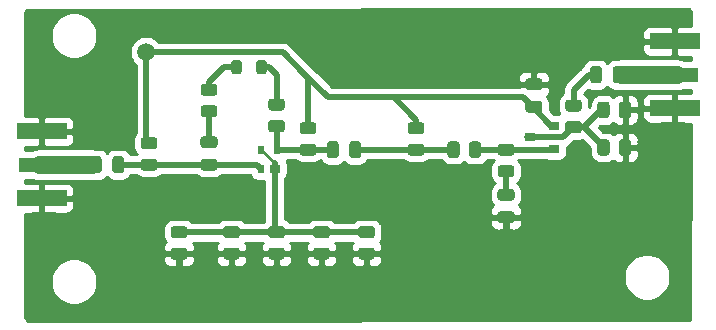
<source format=gbr>
%TF.GenerationSoftware,KiCad,Pcbnew,(5.1.9)-1*%
%TF.CreationDate,2021-01-21T16:18:04-05:00*%
%TF.ProjectId,LNA_1,4c4e415f-312e-46b6-9963-61645f706362,rev?*%
%TF.SameCoordinates,Original*%
%TF.FileFunction,Copper,L1,Top*%
%TF.FilePolarity,Positive*%
%FSLAX46Y46*%
G04 Gerber Fmt 4.6, Leading zero omitted, Abs format (unit mm)*
G04 Created by KiCad (PCBNEW (5.1.9)-1) date 2021-01-21 16:18:04*
%MOMM*%
%LPD*%
G01*
G04 APERTURE LIST*
%TA.AperFunction,SMDPad,CuDef*%
%ADD10R,0.900000X0.800000*%
%TD*%
%TA.AperFunction,SMDPad,CuDef*%
%ADD11R,0.600000X0.800000*%
%TD*%
%TA.AperFunction,SMDPad,CuDef*%
%ADD12R,3.600000X1.270000*%
%TD*%
%TA.AperFunction,SMDPad,CuDef*%
%ADD13R,4.200000X1.350000*%
%TD*%
%TA.AperFunction,ViaPad*%
%ADD14C,0.800000*%
%TD*%
%TA.AperFunction,ViaPad*%
%ADD15C,1.500000*%
%TD*%
%TA.AperFunction,Conductor*%
%ADD16C,1.500000*%
%TD*%
%TA.AperFunction,Conductor*%
%ADD17C,0.500000*%
%TD*%
%TA.AperFunction,Conductor*%
%ADD18C,0.250000*%
%TD*%
%TA.AperFunction,Conductor*%
%ADD19C,0.254000*%
%TD*%
%TA.AperFunction,Conductor*%
%ADD20C,0.100000*%
%TD*%
G04 APERTURE END LIST*
%TO.P,CC1,1*%
%TO.N,Net-(CC1-Pad1)*%
%TA.AperFunction,SMDPad,CuDef*%
G36*
G01*
X87450000Y-69055000D02*
X87450000Y-68105000D01*
G75*
G02*
X87700000Y-67855000I250000J0D01*
G01*
X88200000Y-67855000D01*
G75*
G02*
X88450000Y-68105000I0J-250000D01*
G01*
X88450000Y-69055000D01*
G75*
G02*
X88200000Y-69305000I-250000J0D01*
G01*
X87700000Y-69305000D01*
G75*
G02*
X87450000Y-69055000I0J250000D01*
G01*
G37*
%TD.AperFunction*%
%TO.P,CC1,2*%
%TO.N,Net-(CC1-Pad2)*%
%TA.AperFunction,SMDPad,CuDef*%
G36*
G01*
X89350000Y-69055000D02*
X89350000Y-68105000D01*
G75*
G02*
X89600000Y-67855000I250000J0D01*
G01*
X90100000Y-67855000D01*
G75*
G02*
X90350000Y-68105000I0J-250000D01*
G01*
X90350000Y-69055000D01*
G75*
G02*
X90100000Y-69305000I-250000J0D01*
G01*
X89600000Y-69305000D01*
G75*
G02*
X89350000Y-69055000I0J250000D01*
G01*
G37*
%TD.AperFunction*%
%TD*%
%TO.P,CC2,2*%
%TO.N,Net-(CC1-Pad2)*%
%TA.AperFunction,SMDPad,CuDef*%
G36*
G01*
X97061000Y-68080000D02*
X98011000Y-68080000D01*
G75*
G02*
X98261000Y-68330000I0J-250000D01*
G01*
X98261000Y-68830000D01*
G75*
G02*
X98011000Y-69080000I-250000J0D01*
G01*
X97061000Y-69080000D01*
G75*
G02*
X96811000Y-68830000I0J250000D01*
G01*
X96811000Y-68330000D01*
G75*
G02*
X97061000Y-68080000I250000J0D01*
G01*
G37*
%TD.AperFunction*%
%TO.P,CC2,1*%
%TO.N,Net-(CC2-Pad1)*%
%TA.AperFunction,SMDPad,CuDef*%
G36*
G01*
X97061000Y-66180000D02*
X98011000Y-66180000D01*
G75*
G02*
X98261000Y-66430000I0J-250000D01*
G01*
X98261000Y-66930000D01*
G75*
G02*
X98011000Y-67180000I-250000J0D01*
G01*
X97061000Y-67180000D01*
G75*
G02*
X96811000Y-66930000I0J250000D01*
G01*
X96811000Y-66430000D01*
G75*
G02*
X97061000Y-66180000I250000J0D01*
G01*
G37*
%TD.AperFunction*%
%TD*%
%TO.P,CC3,1*%
%TO.N,Net-(CC3-Pad1)*%
%TA.AperFunction,SMDPad,CuDef*%
G36*
G01*
X107516000Y-67785000D02*
X107516000Y-66835000D01*
G75*
G02*
X107766000Y-66585000I250000J0D01*
G01*
X108266000Y-66585000D01*
G75*
G02*
X108516000Y-66835000I0J-250000D01*
G01*
X108516000Y-67785000D01*
G75*
G02*
X108266000Y-68035000I-250000J0D01*
G01*
X107766000Y-68035000D01*
G75*
G02*
X107516000Y-67785000I0J250000D01*
G01*
G37*
%TD.AperFunction*%
%TO.P,CC3,2*%
%TO.N,Net-(CC3-Pad2)*%
%TA.AperFunction,SMDPad,CuDef*%
G36*
G01*
X109416000Y-67785000D02*
X109416000Y-66835000D01*
G75*
G02*
X109666000Y-66585000I250000J0D01*
G01*
X110166000Y-66585000D01*
G75*
G02*
X110416000Y-66835000I0J-250000D01*
G01*
X110416000Y-67785000D01*
G75*
G02*
X110166000Y-68035000I-250000J0D01*
G01*
X109666000Y-68035000D01*
G75*
G02*
X109416000Y-67785000I0J250000D01*
G01*
G37*
%TD.AperFunction*%
%TD*%
%TO.P,CC4,2*%
%TO.N,GND*%
%TA.AperFunction,SMDPad,CuDef*%
G36*
G01*
X125517000Y-62275000D02*
X124567000Y-62275000D01*
G75*
G02*
X124317000Y-62025000I0J250000D01*
G01*
X124317000Y-61525000D01*
G75*
G02*
X124567000Y-61275000I250000J0D01*
G01*
X125517000Y-61275000D01*
G75*
G02*
X125767000Y-61525000I0J-250000D01*
G01*
X125767000Y-62025000D01*
G75*
G02*
X125517000Y-62275000I-250000J0D01*
G01*
G37*
%TD.AperFunction*%
%TO.P,CC4,1*%
%TO.N,VCC*%
%TA.AperFunction,SMDPad,CuDef*%
G36*
G01*
X125517000Y-64175000D02*
X124567000Y-64175000D01*
G75*
G02*
X124317000Y-63925000I0J250000D01*
G01*
X124317000Y-63425000D01*
G75*
G02*
X124567000Y-63175000I250000J0D01*
G01*
X125517000Y-63175000D01*
G75*
G02*
X125767000Y-63425000I0J-250000D01*
G01*
X125767000Y-63925000D01*
G75*
G02*
X125517000Y-64175000I-250000J0D01*
G01*
G37*
%TD.AperFunction*%
%TD*%
%TO.P,CC5,1*%
%TO.N,Net-(CC5-Pad1)*%
%TA.AperFunction,SMDPad,CuDef*%
G36*
G01*
X129807000Y-61435000D02*
X129807000Y-60485000D01*
G75*
G02*
X130057000Y-60235000I250000J0D01*
G01*
X130557000Y-60235000D01*
G75*
G02*
X130807000Y-60485000I0J-250000D01*
G01*
X130807000Y-61435000D01*
G75*
G02*
X130557000Y-61685000I-250000J0D01*
G01*
X130057000Y-61685000D01*
G75*
G02*
X129807000Y-61435000I0J250000D01*
G01*
G37*
%TD.AperFunction*%
%TO.P,CC5,2*%
%TO.N,Net-(CC5-Pad2)*%
%TA.AperFunction,SMDPad,CuDef*%
G36*
G01*
X131707000Y-61435000D02*
X131707000Y-60485000D01*
G75*
G02*
X131957000Y-60235000I250000J0D01*
G01*
X132457000Y-60235000D01*
G75*
G02*
X132707000Y-60485000I0J-250000D01*
G01*
X132707000Y-61435000D01*
G75*
G02*
X132457000Y-61685000I-250000J0D01*
G01*
X131957000Y-61685000D01*
G75*
G02*
X131707000Y-61435000I0J250000D01*
G01*
G37*
%TD.AperFunction*%
%TD*%
%TO.P,Csh2,2*%
%TO.N,Net-(Csh2-Pad2)*%
%TA.AperFunction,SMDPad,CuDef*%
G36*
G01*
X123157000Y-71620000D02*
X122207000Y-71620000D01*
G75*
G02*
X121957000Y-71370000I0J250000D01*
G01*
X121957000Y-70870000D01*
G75*
G02*
X122207000Y-70620000I250000J0D01*
G01*
X123157000Y-70620000D01*
G75*
G02*
X123407000Y-70870000I0J-250000D01*
G01*
X123407000Y-71370000D01*
G75*
G02*
X123157000Y-71620000I-250000J0D01*
G01*
G37*
%TD.AperFunction*%
%TO.P,Csh2,1*%
%TO.N,GND*%
%TA.AperFunction,SMDPad,CuDef*%
G36*
G01*
X123157000Y-73520000D02*
X122207000Y-73520000D01*
G75*
G02*
X121957000Y-73270000I0J250000D01*
G01*
X121957000Y-72770000D01*
G75*
G02*
X122207000Y-72520000I250000J0D01*
G01*
X123157000Y-72520000D01*
G75*
G02*
X123407000Y-72770000I0J-250000D01*
G01*
X123407000Y-73270000D01*
G75*
G02*
X123157000Y-73520000I-250000J0D01*
G01*
G37*
%TD.AperFunction*%
%TD*%
%TO.P,LFB1,1*%
%TO.N,Net-(LFB1-Pad1)*%
%TA.AperFunction,SMDPad,CuDef*%
G36*
G01*
X102418500Y-59943750D02*
X102418500Y-60706250D01*
G75*
G02*
X102199750Y-60925000I-218750J0D01*
G01*
X101762250Y-60925000D01*
G75*
G02*
X101543500Y-60706250I0J218750D01*
G01*
X101543500Y-59943750D01*
G75*
G02*
X101762250Y-59725000I218750J0D01*
G01*
X102199750Y-59725000D01*
G75*
G02*
X102418500Y-59943750I0J-218750D01*
G01*
G37*
%TD.AperFunction*%
%TO.P,LFB1,2*%
%TO.N,Net-(LFB1-Pad2)*%
%TA.AperFunction,SMDPad,CuDef*%
G36*
G01*
X100293500Y-59943750D02*
X100293500Y-60706250D01*
G75*
G02*
X100074750Y-60925000I-218750J0D01*
G01*
X99637250Y-60925000D01*
G75*
G02*
X99418500Y-60706250I0J218750D01*
G01*
X99418500Y-59943750D01*
G75*
G02*
X99637250Y-59725000I218750J0D01*
G01*
X100074750Y-59725000D01*
G75*
G02*
X100293500Y-59943750I0J-218750D01*
G01*
G37*
%TD.AperFunction*%
%TD*%
D10*
%TO.P,Q2,1*%
%TO.N,Net-(Q2-Pad1)*%
X126730000Y-67225000D03*
%TO.P,Q2,2*%
%TO.N,VCC*%
X126730000Y-65325000D03*
%TO.P,Q2,3*%
%TO.N,Net-(Q2-Pad3)*%
X124730000Y-66275000D03*
%TD*%
%TO.P,RB2,2*%
%TO.N,VCC*%
%TA.AperFunction,SMDPad,CuDef*%
G36*
G01*
X115512002Y-65997500D02*
X114611998Y-65997500D01*
G75*
G02*
X114362000Y-65747502I0J249998D01*
G01*
X114362000Y-65222498D01*
G75*
G02*
X114611998Y-64972500I249998J0D01*
G01*
X115512002Y-64972500D01*
G75*
G02*
X115762000Y-65222498I0J-249998D01*
G01*
X115762000Y-65747502D01*
G75*
G02*
X115512002Y-65997500I-249998J0D01*
G01*
G37*
%TD.AperFunction*%
%TO.P,RB2,1*%
%TO.N,Net-(CC3-Pad2)*%
%TA.AperFunction,SMDPad,CuDef*%
G36*
G01*
X115512002Y-67822500D02*
X114611998Y-67822500D01*
G75*
G02*
X114362000Y-67572502I0J249998D01*
G01*
X114362000Y-67047498D01*
G75*
G02*
X114611998Y-66797500I249998J0D01*
G01*
X115512002Y-66797500D01*
G75*
G02*
X115762000Y-67047498I0J-249998D01*
G01*
X115762000Y-67572502D01*
G75*
G02*
X115512002Y-67822500I-249998J0D01*
G01*
G37*
%TD.AperFunction*%
%TD*%
%TO.P,RB1A1,2*%
%TO.N,VCC*%
%TA.AperFunction,SMDPad,CuDef*%
G36*
G01*
X92906002Y-67267500D02*
X92005998Y-67267500D01*
G75*
G02*
X91756000Y-67017502I0J249998D01*
G01*
X91756000Y-66492498D01*
G75*
G02*
X92005998Y-66242500I249998J0D01*
G01*
X92906002Y-66242500D01*
G75*
G02*
X93156000Y-66492498I0J-249998D01*
G01*
X93156000Y-67017502D01*
G75*
G02*
X92906002Y-67267500I-249998J0D01*
G01*
G37*
%TD.AperFunction*%
%TO.P,RB1A1,1*%
%TO.N,Net-(CC1-Pad2)*%
%TA.AperFunction,SMDPad,CuDef*%
G36*
G01*
X92906002Y-69092500D02*
X92005998Y-69092500D01*
G75*
G02*
X91756000Y-68842502I0J249998D01*
G01*
X91756000Y-68317498D01*
G75*
G02*
X92005998Y-68067500I249998J0D01*
G01*
X92906002Y-68067500D01*
G75*
G02*
X93156000Y-68317498I0J-249998D01*
G01*
X93156000Y-68842502D01*
G75*
G02*
X92906002Y-69092500I-249998J0D01*
G01*
G37*
%TD.AperFunction*%
%TD*%
%TO.P,RC1,1*%
%TO.N,Net-(CC3-Pad1)*%
%TA.AperFunction,SMDPad,CuDef*%
G36*
G01*
X106368002Y-67822500D02*
X105467998Y-67822500D01*
G75*
G02*
X105218000Y-67572502I0J249998D01*
G01*
X105218000Y-67047498D01*
G75*
G02*
X105467998Y-66797500I249998J0D01*
G01*
X106368002Y-66797500D01*
G75*
G02*
X106618000Y-67047498I0J-249998D01*
G01*
X106618000Y-67572502D01*
G75*
G02*
X106368002Y-67822500I-249998J0D01*
G01*
G37*
%TD.AperFunction*%
%TO.P,RC1,2*%
%TO.N,VCC*%
%TA.AperFunction,SMDPad,CuDef*%
G36*
G01*
X106368002Y-65997500D02*
X105467998Y-65997500D01*
G75*
G02*
X105218000Y-65747502I0J249998D01*
G01*
X105218000Y-65222498D01*
G75*
G02*
X105467998Y-64972500I249998J0D01*
G01*
X106368002Y-64972500D01*
G75*
G02*
X106618000Y-65222498I0J-249998D01*
G01*
X106618000Y-65747502D01*
G75*
G02*
X106368002Y-65997500I-249998J0D01*
G01*
G37*
%TD.AperFunction*%
%TD*%
%TO.P,RE1,1*%
%TO.N,GND*%
%TA.AperFunction,SMDPad,CuDef*%
G36*
G01*
X95446002Y-76632500D02*
X94545998Y-76632500D01*
G75*
G02*
X94296000Y-76382502I0J249998D01*
G01*
X94296000Y-75857498D01*
G75*
G02*
X94545998Y-75607500I249998J0D01*
G01*
X95446002Y-75607500D01*
G75*
G02*
X95696000Y-75857498I0J-249998D01*
G01*
X95696000Y-76382502D01*
G75*
G02*
X95446002Y-76632500I-249998J0D01*
G01*
G37*
%TD.AperFunction*%
%TO.P,RE1,2*%
%TO.N,Net-(RE1-Pad2)*%
%TA.AperFunction,SMDPad,CuDef*%
G36*
G01*
X95446002Y-74807500D02*
X94545998Y-74807500D01*
G75*
G02*
X94296000Y-74557502I0J249998D01*
G01*
X94296000Y-74032498D01*
G75*
G02*
X94545998Y-73782500I249998J0D01*
G01*
X95446002Y-73782500D01*
G75*
G02*
X95696000Y-74032498I0J-249998D01*
G01*
X95696000Y-74557502D01*
G75*
G02*
X95446002Y-74807500I-249998J0D01*
G01*
G37*
%TD.AperFunction*%
%TD*%
%TO.P,RE12,2*%
%TO.N,Net-(RE1-Pad2)*%
%TA.AperFunction,SMDPad,CuDef*%
G36*
G01*
X99891002Y-74807500D02*
X98990998Y-74807500D01*
G75*
G02*
X98741000Y-74557502I0J249998D01*
G01*
X98741000Y-74032498D01*
G75*
G02*
X98990998Y-73782500I249998J0D01*
G01*
X99891002Y-73782500D01*
G75*
G02*
X100141000Y-74032498I0J-249998D01*
G01*
X100141000Y-74557502D01*
G75*
G02*
X99891002Y-74807500I-249998J0D01*
G01*
G37*
%TD.AperFunction*%
%TO.P,RE12,1*%
%TO.N,GND*%
%TA.AperFunction,SMDPad,CuDef*%
G36*
G01*
X99891002Y-76632500D02*
X98990998Y-76632500D01*
G75*
G02*
X98741000Y-76382502I0J249998D01*
G01*
X98741000Y-75857498D01*
G75*
G02*
X98990998Y-75607500I249998J0D01*
G01*
X99891002Y-75607500D01*
G75*
G02*
X100141000Y-75857498I0J-249998D01*
G01*
X100141000Y-76382502D01*
G75*
G02*
X99891002Y-76632500I-249998J0D01*
G01*
G37*
%TD.AperFunction*%
%TD*%
%TO.P,RE13,1*%
%TO.N,GND*%
%TA.AperFunction,SMDPad,CuDef*%
G36*
G01*
X103701002Y-76632500D02*
X102800998Y-76632500D01*
G75*
G02*
X102551000Y-76382502I0J249998D01*
G01*
X102551000Y-75857498D01*
G75*
G02*
X102800998Y-75607500I249998J0D01*
G01*
X103701002Y-75607500D01*
G75*
G02*
X103951000Y-75857498I0J-249998D01*
G01*
X103951000Y-76382502D01*
G75*
G02*
X103701002Y-76632500I-249998J0D01*
G01*
G37*
%TD.AperFunction*%
%TO.P,RE13,2*%
%TO.N,Net-(RE1-Pad2)*%
%TA.AperFunction,SMDPad,CuDef*%
G36*
G01*
X103701002Y-74807500D02*
X102800998Y-74807500D01*
G75*
G02*
X102551000Y-74557502I0J249998D01*
G01*
X102551000Y-74032498D01*
G75*
G02*
X102800998Y-73782500I249998J0D01*
G01*
X103701002Y-73782500D01*
G75*
G02*
X103951000Y-74032498I0J-249998D01*
G01*
X103951000Y-74557502D01*
G75*
G02*
X103701002Y-74807500I-249998J0D01*
G01*
G37*
%TD.AperFunction*%
%TD*%
%TO.P,RE14,1*%
%TO.N,GND*%
%TA.AperFunction,SMDPad,CuDef*%
G36*
G01*
X107511002Y-76632500D02*
X106610998Y-76632500D01*
G75*
G02*
X106361000Y-76382502I0J249998D01*
G01*
X106361000Y-75857498D01*
G75*
G02*
X106610998Y-75607500I249998J0D01*
G01*
X107511002Y-75607500D01*
G75*
G02*
X107761000Y-75857498I0J-249998D01*
G01*
X107761000Y-76382502D01*
G75*
G02*
X107511002Y-76632500I-249998J0D01*
G01*
G37*
%TD.AperFunction*%
%TO.P,RE14,2*%
%TO.N,Net-(RE1-Pad2)*%
%TA.AperFunction,SMDPad,CuDef*%
G36*
G01*
X107511002Y-74807500D02*
X106610998Y-74807500D01*
G75*
G02*
X106361000Y-74557502I0J249998D01*
G01*
X106361000Y-74032498D01*
G75*
G02*
X106610998Y-73782500I249998J0D01*
G01*
X107511002Y-73782500D01*
G75*
G02*
X107761000Y-74032498I0J-249998D01*
G01*
X107761000Y-74557502D01*
G75*
G02*
X107511002Y-74807500I-249998J0D01*
G01*
G37*
%TD.AperFunction*%
%TD*%
%TO.P,RE15,2*%
%TO.N,Net-(RE1-Pad2)*%
%TA.AperFunction,SMDPad,CuDef*%
G36*
G01*
X111321002Y-74807500D02*
X110420998Y-74807500D01*
G75*
G02*
X110171000Y-74557502I0J249998D01*
G01*
X110171000Y-74032498D01*
G75*
G02*
X110420998Y-73782500I249998J0D01*
G01*
X111321002Y-73782500D01*
G75*
G02*
X111571000Y-74032498I0J-249998D01*
G01*
X111571000Y-74557502D01*
G75*
G02*
X111321002Y-74807500I-249998J0D01*
G01*
G37*
%TD.AperFunction*%
%TO.P,RE15,1*%
%TO.N,GND*%
%TA.AperFunction,SMDPad,CuDef*%
G36*
G01*
X111321002Y-76632500D02*
X110420998Y-76632500D01*
G75*
G02*
X110171000Y-76382502I0J249998D01*
G01*
X110171000Y-75857498D01*
G75*
G02*
X110420998Y-75607500I249998J0D01*
G01*
X111321002Y-75607500D01*
G75*
G02*
X111571000Y-75857498I0J-249998D01*
G01*
X111571000Y-76382502D01*
G75*
G02*
X111321002Y-76632500I-249998J0D01*
G01*
G37*
%TD.AperFunction*%
%TD*%
%TO.P,RE21,1*%
%TO.N,GND*%
%TA.AperFunction,SMDPad,CuDef*%
G36*
G01*
X133269500Y-66674998D02*
X133269500Y-67575002D01*
G75*
G02*
X133019502Y-67825000I-249998J0D01*
G01*
X132494498Y-67825000D01*
G75*
G02*
X132244500Y-67575002I0J249998D01*
G01*
X132244500Y-66674998D01*
G75*
G02*
X132494498Y-66425000I249998J0D01*
G01*
X133019502Y-66425000D01*
G75*
G02*
X133269500Y-66674998I0J-249998D01*
G01*
G37*
%TD.AperFunction*%
%TO.P,RE21,2*%
%TO.N,Net-(Q2-Pad3)*%
%TA.AperFunction,SMDPad,CuDef*%
G36*
G01*
X131444500Y-66674998D02*
X131444500Y-67575002D01*
G75*
G02*
X131194502Y-67825000I-249998J0D01*
G01*
X130669498Y-67825000D01*
G75*
G02*
X130419500Y-67575002I0J249998D01*
G01*
X130419500Y-66674998D01*
G75*
G02*
X130669498Y-66425000I249998J0D01*
G01*
X131194502Y-66425000D01*
G75*
G02*
X131444500Y-66674998I0J-249998D01*
G01*
G37*
%TD.AperFunction*%
%TD*%
%TO.P,RE22,2*%
%TO.N,Net-(Q2-Pad3)*%
%TA.AperFunction,SMDPad,CuDef*%
G36*
G01*
X131444500Y-63499998D02*
X131444500Y-64400002D01*
G75*
G02*
X131194502Y-64650000I-249998J0D01*
G01*
X130669498Y-64650000D01*
G75*
G02*
X130419500Y-64400002I0J249998D01*
G01*
X130419500Y-63499998D01*
G75*
G02*
X130669498Y-63250000I249998J0D01*
G01*
X131194502Y-63250000D01*
G75*
G02*
X131444500Y-63499998I0J-249998D01*
G01*
G37*
%TD.AperFunction*%
%TO.P,RE22,1*%
%TO.N,GND*%
%TA.AperFunction,SMDPad,CuDef*%
G36*
G01*
X133269500Y-63499998D02*
X133269500Y-64400002D01*
G75*
G02*
X133019502Y-64650000I-249998J0D01*
G01*
X132494498Y-64650000D01*
G75*
G02*
X132244500Y-64400002I0J249998D01*
G01*
X132244500Y-63499998D01*
G75*
G02*
X132494498Y-63250000I249998J0D01*
G01*
X133019502Y-63250000D01*
G75*
G02*
X133269500Y-63499998I0J-249998D01*
G01*
G37*
%TD.AperFunction*%
%TD*%
%TO.P,RFB1,2*%
%TO.N,Net-(LFB1-Pad2)*%
%TA.AperFunction,SMDPad,CuDef*%
G36*
G01*
X97986002Y-62742500D02*
X97085998Y-62742500D01*
G75*
G02*
X96836000Y-62492502I0J249998D01*
G01*
X96836000Y-61967498D01*
G75*
G02*
X97085998Y-61717500I249998J0D01*
G01*
X97986002Y-61717500D01*
G75*
G02*
X98236000Y-61967498I0J-249998D01*
G01*
X98236000Y-62492502D01*
G75*
G02*
X97986002Y-62742500I-249998J0D01*
G01*
G37*
%TD.AperFunction*%
%TO.P,RFB1,1*%
%TO.N,Net-(CC2-Pad1)*%
%TA.AperFunction,SMDPad,CuDef*%
G36*
G01*
X97986002Y-64567500D02*
X97085998Y-64567500D01*
G75*
G02*
X96836000Y-64317502I0J249998D01*
G01*
X96836000Y-63792498D01*
G75*
G02*
X97085998Y-63542500I249998J0D01*
G01*
X97986002Y-63542500D01*
G75*
G02*
X98236000Y-63792498I0J-249998D01*
G01*
X98236000Y-64317502D01*
G75*
G02*
X97986002Y-64567500I-249998J0D01*
G01*
G37*
%TD.AperFunction*%
%TD*%
%TO.P,RFB2,1*%
%TO.N,Net-(LFB1-Pad1)*%
%TA.AperFunction,SMDPad,CuDef*%
G36*
G01*
X102800998Y-62987500D02*
X103701002Y-62987500D01*
G75*
G02*
X103951000Y-63237498I0J-249998D01*
G01*
X103951000Y-63762502D01*
G75*
G02*
X103701002Y-64012500I-249998J0D01*
G01*
X102800998Y-64012500D01*
G75*
G02*
X102551000Y-63762502I0J249998D01*
G01*
X102551000Y-63237498D01*
G75*
G02*
X102800998Y-62987500I249998J0D01*
G01*
G37*
%TD.AperFunction*%
%TO.P,RFB2,2*%
%TO.N,Net-(CC3-Pad1)*%
%TA.AperFunction,SMDPad,CuDef*%
G36*
G01*
X102800998Y-64812500D02*
X103701002Y-64812500D01*
G75*
G02*
X103951000Y-65062498I0J-249998D01*
G01*
X103951000Y-65587502D01*
G75*
G02*
X103701002Y-65837500I-249998J0D01*
G01*
X102800998Y-65837500D01*
G75*
G02*
X102551000Y-65587502I0J249998D01*
G01*
X102551000Y-65062498D01*
G75*
G02*
X102800998Y-64812500I249998J0D01*
G01*
G37*
%TD.AperFunction*%
%TD*%
%TO.P,Ri2,1*%
%TO.N,Net-(Q2-Pad1)*%
%TA.AperFunction,SMDPad,CuDef*%
G36*
G01*
X120574500Y-66859998D02*
X120574500Y-67760002D01*
G75*
G02*
X120324502Y-68010000I-249998J0D01*
G01*
X119799498Y-68010000D01*
G75*
G02*
X119549500Y-67760002I0J249998D01*
G01*
X119549500Y-66859998D01*
G75*
G02*
X119799498Y-66610000I249998J0D01*
G01*
X120324502Y-66610000D01*
G75*
G02*
X120574500Y-66859998I0J-249998D01*
G01*
G37*
%TD.AperFunction*%
%TO.P,Ri2,2*%
%TO.N,Net-(CC3-Pad2)*%
%TA.AperFunction,SMDPad,CuDef*%
G36*
G01*
X118749500Y-66859998D02*
X118749500Y-67760002D01*
G75*
G02*
X118499502Y-68010000I-249998J0D01*
G01*
X117974498Y-68010000D01*
G75*
G02*
X117724500Y-67760002I0J249998D01*
G01*
X117724500Y-66859998D01*
G75*
G02*
X117974498Y-66610000I249998J0D01*
G01*
X118499502Y-66610000D01*
G75*
G02*
X118749500Y-66859998I0J-249998D01*
G01*
G37*
%TD.AperFunction*%
%TD*%
%TO.P,Ro1,1*%
%TO.N,Net-(CC5-Pad1)*%
%TA.AperFunction,SMDPad,CuDef*%
G36*
G01*
X127946998Y-63067500D02*
X128847002Y-63067500D01*
G75*
G02*
X129097000Y-63317498I0J-249998D01*
G01*
X129097000Y-63842502D01*
G75*
G02*
X128847002Y-64092500I-249998J0D01*
G01*
X127946998Y-64092500D01*
G75*
G02*
X127697000Y-63842502I0J249998D01*
G01*
X127697000Y-63317498D01*
G75*
G02*
X127946998Y-63067500I249998J0D01*
G01*
G37*
%TD.AperFunction*%
%TO.P,Ro1,2*%
%TO.N,Net-(Q2-Pad3)*%
%TA.AperFunction,SMDPad,CuDef*%
G36*
G01*
X127946998Y-64892500D02*
X128847002Y-64892500D01*
G75*
G02*
X129097000Y-65142498I0J-249998D01*
G01*
X129097000Y-65667502D01*
G75*
G02*
X128847002Y-65917500I-249998J0D01*
G01*
X127946998Y-65917500D01*
G75*
G02*
X127697000Y-65667502I0J249998D01*
G01*
X127697000Y-65142498D01*
G75*
G02*
X127946998Y-64892500I249998J0D01*
G01*
G37*
%TD.AperFunction*%
%TD*%
%TO.P,Rsh2,2*%
%TO.N,Net-(Csh2-Pad2)*%
%TA.AperFunction,SMDPad,CuDef*%
G36*
G01*
X122231998Y-68622500D02*
X123132002Y-68622500D01*
G75*
G02*
X123382000Y-68872498I0J-249998D01*
G01*
X123382000Y-69397502D01*
G75*
G02*
X123132002Y-69647500I-249998J0D01*
G01*
X122231998Y-69647500D01*
G75*
G02*
X121982000Y-69397502I0J249998D01*
G01*
X121982000Y-68872498D01*
G75*
G02*
X122231998Y-68622500I249998J0D01*
G01*
G37*
%TD.AperFunction*%
%TO.P,Rsh2,1*%
%TO.N,Net-(Q2-Pad1)*%
%TA.AperFunction,SMDPad,CuDef*%
G36*
G01*
X122231998Y-66797500D02*
X123132002Y-66797500D01*
G75*
G02*
X123382000Y-67047498I0J-249998D01*
G01*
X123382000Y-67572502D01*
G75*
G02*
X123132002Y-67822500I-249998J0D01*
G01*
X122231998Y-67822500D01*
G75*
G02*
X121982000Y-67572502I0J249998D01*
G01*
X121982000Y-67047498D01*
G75*
G02*
X122231998Y-66797500I249998J0D01*
G01*
G37*
%TD.AperFunction*%
%TD*%
D11*
%TO.P,U1,2*%
%TO.N,Net-(CC1-Pad2)*%
X101951000Y-68910000D03*
D10*
%TO.P,U1,1*%
%TO.N,Net-(RE1-Pad2)*%
X103101000Y-68910000D03*
D11*
%TO.P,U1,4*%
%TO.N,Net-(CC3-Pad1)*%
X103251000Y-67310000D03*
%TO.P,U1,3*%
%TO.N,Net-(RE1-Pad2)*%
X101951000Y-67310000D03*
%TD*%
D12*
%TO.P,J1,1*%
%TO.N,Net-(CC1-Pad1)*%
X83185000Y-68580000D03*
D13*
%TO.P,J1,2_1*%
%TO.N,GND*%
X83385000Y-65755000D03*
%TO.P,J1,3_1*%
X83385000Y-71405000D03*
%TD*%
%TO.P,J2,3_1*%
%TO.N,GND*%
X136960000Y-58135000D03*
%TO.P,J2,2_1*%
X136960000Y-63785000D03*
D12*
%TO.P,J2,1*%
%TO.N,Net-(CC5-Pad2)*%
X137160000Y-60960000D03*
%TD*%
D14*
%TO.N,GND*%
X136398000Y-68872000D03*
X134888000Y-68872000D03*
X134888000Y-66078000D03*
X136398000Y-67348000D03*
X136398000Y-66078000D03*
X134888000Y-67348000D03*
X130824000Y-70142000D03*
X129300000Y-70142000D03*
X132348000Y-70142000D03*
X133872000Y-70142000D03*
X135382000Y-70142000D03*
X125768000Y-74154000D03*
X125768000Y-75678000D03*
X125768000Y-72630000D03*
X125768000Y-71106000D03*
X125768000Y-69836000D03*
X129300000Y-71412000D03*
X130824000Y-71412000D03*
X133872000Y-71412000D03*
X132348000Y-71412000D03*
X135382000Y-71412000D03*
X127216000Y-72644000D03*
X127216000Y-75706000D03*
X127216000Y-71120000D03*
X127216000Y-74168000D03*
X127216000Y-69864000D03*
D15*
X125082000Y-59260000D03*
D14*
X129286000Y-78740000D03*
X130810000Y-78740000D03*
X120650000Y-59944000D03*
X122174000Y-59944000D03*
X122174000Y-58420000D03*
X120650000Y-58420000D03*
X122682000Y-77216000D03*
X127254000Y-77216000D03*
X121158000Y-78740000D03*
X125730000Y-78740000D03*
X124206000Y-77216000D03*
X124206000Y-78740000D03*
X127254000Y-78740000D03*
X122682000Y-78740000D03*
X121158000Y-77216000D03*
X125730000Y-77216000D03*
X89408000Y-70612000D03*
X90932000Y-70612000D03*
X89408000Y-72136000D03*
X90932000Y-72136000D03*
X88392000Y-62992000D03*
X88392000Y-61468000D03*
X89916000Y-66040000D03*
X88392000Y-66040000D03*
X89916000Y-61468000D03*
X89916000Y-64516000D03*
X88392000Y-64516000D03*
X89916000Y-62992000D03*
X116586000Y-75692000D03*
X116586000Y-77216000D03*
X115062000Y-77216000D03*
X113538000Y-74168000D03*
X116586000Y-74168000D03*
X115062000Y-74168000D03*
X113538000Y-77216000D03*
X113538000Y-75692000D03*
X115062000Y-75692000D03*
X115062000Y-78740000D03*
X116586000Y-78740000D03*
X113538000Y-78740000D03*
X113030000Y-59944000D03*
X119126000Y-58420000D03*
X117602000Y-58420000D03*
X113030000Y-58420000D03*
X116078000Y-59944000D03*
X116078000Y-58420000D03*
X114554000Y-59944000D03*
X114554000Y-58420000D03*
X119126000Y-59944000D03*
X117602000Y-59944000D03*
X107442000Y-70104000D03*
X112014000Y-71628000D03*
X105918000Y-71628000D03*
X105918000Y-70104000D03*
X116586000Y-70104000D03*
X115062000Y-70104000D03*
X108966000Y-70104000D03*
X112014000Y-70104000D03*
X110490000Y-70104000D03*
X113538000Y-70104000D03*
X108966000Y-71628000D03*
X107442000Y-71628000D03*
X110490000Y-71628000D03*
X115062000Y-71628000D03*
X116586000Y-71628000D03*
X113538000Y-71628000D03*
X89916000Y-75692000D03*
X89916000Y-74168000D03*
X97282000Y-70612000D03*
X98806000Y-70612000D03*
X92710000Y-72136000D03*
X94234000Y-72136000D03*
X94234000Y-70612000D03*
X95758000Y-72136000D03*
X95758000Y-70612000D03*
X92710000Y-70612000D03*
X98806000Y-72136000D03*
X97282000Y-72136000D03*
X89916000Y-78740000D03*
X89916000Y-77216000D03*
X129286000Y-72644000D03*
X130810000Y-72644000D03*
X132334000Y-72644000D03*
X133858000Y-72644000D03*
X129286000Y-74168000D03*
X130810000Y-74168000D03*
X132334000Y-74168000D03*
X133858000Y-74168000D03*
X129286000Y-75692000D03*
X130810000Y-75692000D03*
X135382000Y-72644000D03*
X135382000Y-74168000D03*
X129286000Y-77216000D03*
X130810000Y-77216000D03*
D15*
X122682000Y-74930000D03*
X103251000Y-78740000D03*
X107061000Y-78740000D03*
X110871000Y-78740000D03*
X94996000Y-78740000D03*
X99441000Y-78740000D03*
X90106500Y-59055000D03*
%TO.N,VCC*%
X92202000Y-59055000D03*
%TD*%
D16*
%TO.N,Net-(CC1-Pad1)*%
X83185000Y-68580000D02*
X87630000Y-68580000D01*
D17*
%TO.N,Net-(CC1-Pad2)*%
X95250000Y-68580000D02*
X89850000Y-68580000D01*
X92456000Y-68580000D02*
X97536000Y-68580000D01*
X101621000Y-68580000D02*
X101951000Y-68910000D01*
X97536000Y-68580000D02*
X101621000Y-68580000D01*
%TO.N,Net-(CC2-Pad1)*%
X97536000Y-66680000D02*
X97536000Y-64055000D01*
%TO.N,Net-(CC3-Pad1)*%
X103251000Y-67310000D02*
X103251000Y-65325000D01*
X103251000Y-67310000D02*
X108077000Y-67310000D01*
%TO.N,Net-(CC3-Pad2)*%
X115062000Y-67310000D02*
X118237000Y-67310000D01*
X109916000Y-67310000D02*
X114871500Y-67310000D01*
%TO.N,GND*%
X94996000Y-76120000D02*
X94996000Y-77379999D01*
X94996000Y-78740000D02*
X94996000Y-77379999D01*
X99441000Y-76120000D02*
X99441000Y-78740000D01*
X103251000Y-76120000D02*
X103251000Y-78740000D01*
X107061000Y-76120000D02*
X107061000Y-78740000D01*
X110871000Y-76120000D02*
X110871000Y-78740000D01*
X122682000Y-73020000D02*
X122682000Y-74930000D01*
X134032000Y-66675000D02*
X136017000Y-66675000D01*
%TO.N,VCC*%
X113157000Y-62865000D02*
X115062000Y-64770000D01*
X115062000Y-64770000D02*
X115062000Y-65485000D01*
X107569000Y-62865000D02*
X109601000Y-62865000D01*
X108966000Y-62865000D02*
X109601000Y-62865000D01*
X107569000Y-62865000D02*
X107823000Y-62865000D01*
X92202000Y-59055000D02*
X103759000Y-59055000D01*
X92202000Y-59055000D02*
X92202000Y-66040000D01*
X92456000Y-66755000D02*
X92409000Y-66755000D01*
X92202000Y-66548000D02*
X92202000Y-66040000D01*
X92409000Y-66755000D02*
X92202000Y-66548000D01*
X105918000Y-61214000D02*
X105664000Y-60960000D01*
X105664000Y-60960000D02*
X107569000Y-62865000D01*
X105918000Y-65485000D02*
X105918000Y-61214000D01*
X103759000Y-59055000D02*
X105664000Y-60960000D01*
X126730000Y-65325000D02*
X126742200Y-65325000D01*
X123907000Y-62865000D02*
X124079000Y-62865000D01*
X124079000Y-62865000D02*
X126593600Y-65379600D01*
X126593600Y-65379600D02*
X126796800Y-65379600D01*
X109601000Y-62865000D02*
X124079000Y-62865000D01*
%TO.N,Net-(CC5-Pad1)*%
X128397000Y-63580000D02*
X128397000Y-62230000D01*
X129667000Y-60960000D02*
X130307000Y-60960000D01*
X128397000Y-62230000D02*
X129667000Y-60960000D01*
D16*
%TO.N,Net-(CC5-Pad2)*%
X137160000Y-60960000D02*
X132461000Y-60960000D01*
D17*
%TO.N,Net-(LFB1-Pad1)*%
X101981000Y-60325000D02*
X102616000Y-60325000D01*
X103251000Y-60960000D02*
X103251000Y-63500000D01*
X102616000Y-60325000D02*
X103251000Y-60960000D01*
%TO.N,Net-(LFB1-Pad2)*%
X97536000Y-62230000D02*
X97536000Y-61595000D01*
X98806000Y-60325000D02*
X99856000Y-60325000D01*
X97536000Y-61595000D02*
X98806000Y-60325000D01*
%TO.N,Net-(Q2-Pad1)*%
X120062000Y-67310000D02*
X122682000Y-67310000D01*
X122682000Y-67310000D02*
X126382000Y-67310000D01*
X126382000Y-67310000D02*
X126417000Y-67275000D01*
%TO.N,Net-(Q2-Pad3)*%
X124442000Y-66275000D02*
X127492000Y-66275000D01*
X127492000Y-66275000D02*
X128392000Y-65375000D01*
X128397000Y-65405000D02*
X129272000Y-65405000D01*
X129272000Y-65405000D02*
X130827000Y-63850000D01*
X129272000Y-65405000D02*
X130967000Y-67100000D01*
%TO.N,Net-(RE1-Pad2)*%
X103101000Y-68460000D02*
X103101000Y-68910000D01*
D18*
X101951000Y-67310000D02*
X103101000Y-68460000D01*
D17*
X94996000Y-74295000D02*
X110871000Y-74295000D01*
X103101000Y-74145000D02*
X103251000Y-74295000D01*
X103101000Y-68910000D02*
X103101000Y-74145000D01*
%TO.N,Net-(Csh2-Pad2)*%
X122682000Y-69135000D02*
X122682000Y-71120000D01*
%TD*%
D19*
%TO.N,GND*%
X131329038Y-62062962D02*
X131463614Y-62173405D01*
X131617150Y-62255472D01*
X131783746Y-62306008D01*
X131957000Y-62323072D01*
X132183269Y-62323072D01*
X132189493Y-62324960D01*
X132392963Y-62345000D01*
X137228037Y-62345000D01*
X137431507Y-62324960D01*
X137692581Y-62245764D01*
X137716326Y-62233072D01*
X138318183Y-62233072D01*
X138317609Y-62473185D01*
X137245750Y-62475000D01*
X137087000Y-62633750D01*
X137087000Y-63658000D01*
X137107000Y-63658000D01*
X137107000Y-63912000D01*
X137087000Y-63912000D01*
X137087000Y-64936250D01*
X137245750Y-65095000D01*
X138311332Y-65096804D01*
X138271729Y-81651028D01*
X138225594Y-81707595D01*
X138204897Y-81724717D01*
X82218012Y-81787482D01*
X82214183Y-81785446D01*
X82122405Y-81710594D01*
X82046909Y-81619335D01*
X81990581Y-81515160D01*
X81955560Y-81402024D01*
X81940000Y-81253979D01*
X81940000Y-78290495D01*
X84121000Y-78290495D01*
X84121000Y-78681505D01*
X84197282Y-79065003D01*
X84346915Y-79426250D01*
X84564149Y-79751364D01*
X84840636Y-80027851D01*
X85165750Y-80245085D01*
X85526997Y-80394718D01*
X85910495Y-80471000D01*
X86301505Y-80471000D01*
X86685003Y-80394718D01*
X87046250Y-80245085D01*
X87371364Y-80027851D01*
X87647851Y-79751364D01*
X87865085Y-79426250D01*
X88014718Y-79065003D01*
X88091000Y-78681505D01*
X88091000Y-78290495D01*
X88015215Y-77909495D01*
X132635000Y-77909495D01*
X132635000Y-78300505D01*
X132711282Y-78684003D01*
X132860915Y-79045250D01*
X133078149Y-79370364D01*
X133354636Y-79646851D01*
X133679750Y-79864085D01*
X134040997Y-80013718D01*
X134424495Y-80090000D01*
X134815505Y-80090000D01*
X135199003Y-80013718D01*
X135560250Y-79864085D01*
X135885364Y-79646851D01*
X136161851Y-79370364D01*
X136379085Y-79045250D01*
X136528718Y-78684003D01*
X136605000Y-78300505D01*
X136605000Y-77909495D01*
X136528718Y-77525997D01*
X136379085Y-77164750D01*
X136161851Y-76839636D01*
X135885364Y-76563149D01*
X135560250Y-76345915D01*
X135199003Y-76196282D01*
X134815505Y-76120000D01*
X134424495Y-76120000D01*
X134040997Y-76196282D01*
X133679750Y-76345915D01*
X133354636Y-76563149D01*
X133078149Y-76839636D01*
X132860915Y-77164750D01*
X132711282Y-77525997D01*
X132635000Y-77909495D01*
X88015215Y-77909495D01*
X88014718Y-77906997D01*
X87865085Y-77545750D01*
X87647851Y-77220636D01*
X87371364Y-76944149D01*
X87046250Y-76726915D01*
X86818312Y-76632500D01*
X93657928Y-76632500D01*
X93670188Y-76756982D01*
X93706498Y-76876680D01*
X93765463Y-76986994D01*
X93844815Y-77083685D01*
X93941506Y-77163037D01*
X94051820Y-77222002D01*
X94171518Y-77258312D01*
X94296000Y-77270572D01*
X94710250Y-77267500D01*
X94869000Y-77108750D01*
X94869000Y-76247000D01*
X95123000Y-76247000D01*
X95123000Y-77108750D01*
X95281750Y-77267500D01*
X95696000Y-77270572D01*
X95820482Y-77258312D01*
X95940180Y-77222002D01*
X96050494Y-77163037D01*
X96147185Y-77083685D01*
X96226537Y-76986994D01*
X96285502Y-76876680D01*
X96321812Y-76756982D01*
X96334072Y-76632500D01*
X98102928Y-76632500D01*
X98115188Y-76756982D01*
X98151498Y-76876680D01*
X98210463Y-76986994D01*
X98289815Y-77083685D01*
X98386506Y-77163037D01*
X98496820Y-77222002D01*
X98616518Y-77258312D01*
X98741000Y-77270572D01*
X99155250Y-77267500D01*
X99314000Y-77108750D01*
X99314000Y-76247000D01*
X99568000Y-76247000D01*
X99568000Y-77108750D01*
X99726750Y-77267500D01*
X100141000Y-77270572D01*
X100265482Y-77258312D01*
X100385180Y-77222002D01*
X100495494Y-77163037D01*
X100592185Y-77083685D01*
X100671537Y-76986994D01*
X100730502Y-76876680D01*
X100766812Y-76756982D01*
X100779072Y-76632500D01*
X101912928Y-76632500D01*
X101925188Y-76756982D01*
X101961498Y-76876680D01*
X102020463Y-76986994D01*
X102099815Y-77083685D01*
X102196506Y-77163037D01*
X102306820Y-77222002D01*
X102426518Y-77258312D01*
X102551000Y-77270572D01*
X102965250Y-77267500D01*
X103124000Y-77108750D01*
X103124000Y-76247000D01*
X103378000Y-76247000D01*
X103378000Y-77108750D01*
X103536750Y-77267500D01*
X103951000Y-77270572D01*
X104075482Y-77258312D01*
X104195180Y-77222002D01*
X104305494Y-77163037D01*
X104402185Y-77083685D01*
X104481537Y-76986994D01*
X104540502Y-76876680D01*
X104576812Y-76756982D01*
X104589072Y-76632500D01*
X105722928Y-76632500D01*
X105735188Y-76756982D01*
X105771498Y-76876680D01*
X105830463Y-76986994D01*
X105909815Y-77083685D01*
X106006506Y-77163037D01*
X106116820Y-77222002D01*
X106236518Y-77258312D01*
X106361000Y-77270572D01*
X106775250Y-77267500D01*
X106934000Y-77108750D01*
X106934000Y-76247000D01*
X107188000Y-76247000D01*
X107188000Y-77108750D01*
X107346750Y-77267500D01*
X107761000Y-77270572D01*
X107885482Y-77258312D01*
X108005180Y-77222002D01*
X108115494Y-77163037D01*
X108212185Y-77083685D01*
X108291537Y-76986994D01*
X108350502Y-76876680D01*
X108386812Y-76756982D01*
X108399072Y-76632500D01*
X109532928Y-76632500D01*
X109545188Y-76756982D01*
X109581498Y-76876680D01*
X109640463Y-76986994D01*
X109719815Y-77083685D01*
X109816506Y-77163037D01*
X109926820Y-77222002D01*
X110046518Y-77258312D01*
X110171000Y-77270572D01*
X110585250Y-77267500D01*
X110744000Y-77108750D01*
X110744000Y-76247000D01*
X110998000Y-76247000D01*
X110998000Y-77108750D01*
X111156750Y-77267500D01*
X111571000Y-77270572D01*
X111695482Y-77258312D01*
X111815180Y-77222002D01*
X111925494Y-77163037D01*
X112022185Y-77083685D01*
X112101537Y-76986994D01*
X112160502Y-76876680D01*
X112196812Y-76756982D01*
X112209072Y-76632500D01*
X112206000Y-76405750D01*
X112047250Y-76247000D01*
X110998000Y-76247000D01*
X110744000Y-76247000D01*
X109694750Y-76247000D01*
X109536000Y-76405750D01*
X109532928Y-76632500D01*
X108399072Y-76632500D01*
X108396000Y-76405750D01*
X108237250Y-76247000D01*
X107188000Y-76247000D01*
X106934000Y-76247000D01*
X105884750Y-76247000D01*
X105726000Y-76405750D01*
X105722928Y-76632500D01*
X104589072Y-76632500D01*
X104586000Y-76405750D01*
X104427250Y-76247000D01*
X103378000Y-76247000D01*
X103124000Y-76247000D01*
X102074750Y-76247000D01*
X101916000Y-76405750D01*
X101912928Y-76632500D01*
X100779072Y-76632500D01*
X100776000Y-76405750D01*
X100617250Y-76247000D01*
X99568000Y-76247000D01*
X99314000Y-76247000D01*
X98264750Y-76247000D01*
X98106000Y-76405750D01*
X98102928Y-76632500D01*
X96334072Y-76632500D01*
X96331000Y-76405750D01*
X96172250Y-76247000D01*
X95123000Y-76247000D01*
X94869000Y-76247000D01*
X93819750Y-76247000D01*
X93661000Y-76405750D01*
X93657928Y-76632500D01*
X86818312Y-76632500D01*
X86685003Y-76577282D01*
X86301505Y-76501000D01*
X85910495Y-76501000D01*
X85526997Y-76577282D01*
X85165750Y-76726915D01*
X84840636Y-76944149D01*
X84564149Y-77220636D01*
X84346915Y-77545750D01*
X84197282Y-77906997D01*
X84121000Y-78290495D01*
X81940000Y-78290495D01*
X81940000Y-72716963D01*
X83099250Y-72715000D01*
X83258000Y-72556250D01*
X83258000Y-71532000D01*
X83512000Y-71532000D01*
X83512000Y-72556250D01*
X83670750Y-72715000D01*
X85485000Y-72718072D01*
X85609482Y-72705812D01*
X85729180Y-72669502D01*
X85839494Y-72610537D01*
X85936185Y-72531185D01*
X86015537Y-72434494D01*
X86074502Y-72324180D01*
X86110812Y-72204482D01*
X86123072Y-72080000D01*
X86120000Y-71690750D01*
X85961250Y-71532000D01*
X83512000Y-71532000D01*
X83258000Y-71532000D01*
X83238000Y-71532000D01*
X83238000Y-71278000D01*
X83258000Y-71278000D01*
X83258000Y-70253750D01*
X83512000Y-70253750D01*
X83512000Y-71278000D01*
X85961250Y-71278000D01*
X86120000Y-71119250D01*
X86123072Y-70730000D01*
X86110812Y-70605518D01*
X86074502Y-70485820D01*
X86015537Y-70375506D01*
X85936185Y-70278815D01*
X85839494Y-70199463D01*
X85729180Y-70140498D01*
X85609482Y-70104188D01*
X85485000Y-70091928D01*
X83670750Y-70095000D01*
X83512000Y-70253750D01*
X83258000Y-70253750D01*
X83099250Y-70095000D01*
X81940000Y-70093037D01*
X81940000Y-69853072D01*
X82628674Y-69853072D01*
X82652419Y-69865764D01*
X82913493Y-69944960D01*
X83116963Y-69965000D01*
X87698037Y-69965000D01*
X87901507Y-69944960D01*
X87907731Y-69943072D01*
X88200000Y-69943072D01*
X88373254Y-69926008D01*
X88539850Y-69875472D01*
X88693386Y-69793405D01*
X88827962Y-69682962D01*
X88900000Y-69595183D01*
X88972038Y-69682962D01*
X89106614Y-69793405D01*
X89260150Y-69875472D01*
X89426746Y-69926008D01*
X89600000Y-69943072D01*
X90100000Y-69943072D01*
X90273254Y-69926008D01*
X90439850Y-69875472D01*
X90593386Y-69793405D01*
X90727962Y-69682962D01*
X90838405Y-69548386D01*
X90882976Y-69465000D01*
X91373555Y-69465000D01*
X91378038Y-69470462D01*
X91512613Y-69580905D01*
X91666148Y-69662972D01*
X91832744Y-69713508D01*
X92005998Y-69730572D01*
X92906002Y-69730572D01*
X93079256Y-69713508D01*
X93245852Y-69662972D01*
X93399387Y-69580905D01*
X93533962Y-69470462D01*
X93538445Y-69465000D01*
X96441614Y-69465000D01*
X96567614Y-69568405D01*
X96721150Y-69650472D01*
X96887746Y-69701008D01*
X97061000Y-69718072D01*
X98011000Y-69718072D01*
X98184254Y-69701008D01*
X98350850Y-69650472D01*
X98504386Y-69568405D01*
X98630386Y-69465000D01*
X101034446Y-69465000D01*
X101061498Y-69554180D01*
X101120463Y-69664494D01*
X101199815Y-69761185D01*
X101296506Y-69840537D01*
X101406820Y-69899502D01*
X101526518Y-69935812D01*
X101651000Y-69948072D01*
X102216000Y-69948072D01*
X102216001Y-73369279D01*
X102173038Y-73404538D01*
X102168555Y-73410000D01*
X100523445Y-73410000D01*
X100518962Y-73404538D01*
X100384387Y-73294095D01*
X100230852Y-73212028D01*
X100064256Y-73161492D01*
X99891002Y-73144428D01*
X98990998Y-73144428D01*
X98817744Y-73161492D01*
X98651148Y-73212028D01*
X98497613Y-73294095D01*
X98363038Y-73404538D01*
X98358555Y-73410000D01*
X96078445Y-73410000D01*
X96073962Y-73404538D01*
X95939387Y-73294095D01*
X95785852Y-73212028D01*
X95619256Y-73161492D01*
X95446002Y-73144428D01*
X94545998Y-73144428D01*
X94372744Y-73161492D01*
X94206148Y-73212028D01*
X94052613Y-73294095D01*
X93918038Y-73404538D01*
X93807595Y-73539113D01*
X93725528Y-73692648D01*
X93674992Y-73859244D01*
X93657928Y-74032498D01*
X93657928Y-74557502D01*
X93674992Y-74730756D01*
X93725528Y-74897352D01*
X93807595Y-75050887D01*
X93874276Y-75132137D01*
X93844815Y-75156315D01*
X93765463Y-75253006D01*
X93706498Y-75363320D01*
X93670188Y-75483018D01*
X93657928Y-75607500D01*
X93661000Y-75834250D01*
X93819750Y-75993000D01*
X94869000Y-75993000D01*
X94869000Y-75973000D01*
X95123000Y-75973000D01*
X95123000Y-75993000D01*
X96172250Y-75993000D01*
X96331000Y-75834250D01*
X96334072Y-75607500D01*
X96321812Y-75483018D01*
X96285502Y-75363320D01*
X96226537Y-75253006D01*
X96166623Y-75180000D01*
X98270377Y-75180000D01*
X98210463Y-75253006D01*
X98151498Y-75363320D01*
X98115188Y-75483018D01*
X98102928Y-75607500D01*
X98106000Y-75834250D01*
X98264750Y-75993000D01*
X99314000Y-75993000D01*
X99314000Y-75973000D01*
X99568000Y-75973000D01*
X99568000Y-75993000D01*
X100617250Y-75993000D01*
X100776000Y-75834250D01*
X100779072Y-75607500D01*
X100766812Y-75483018D01*
X100730502Y-75363320D01*
X100671537Y-75253006D01*
X100611623Y-75180000D01*
X102080377Y-75180000D01*
X102020463Y-75253006D01*
X101961498Y-75363320D01*
X101925188Y-75483018D01*
X101912928Y-75607500D01*
X101916000Y-75834250D01*
X102074750Y-75993000D01*
X103124000Y-75993000D01*
X103124000Y-75973000D01*
X103378000Y-75973000D01*
X103378000Y-75993000D01*
X104427250Y-75993000D01*
X104586000Y-75834250D01*
X104589072Y-75607500D01*
X104576812Y-75483018D01*
X104540502Y-75363320D01*
X104481537Y-75253006D01*
X104421623Y-75180000D01*
X105890377Y-75180000D01*
X105830463Y-75253006D01*
X105771498Y-75363320D01*
X105735188Y-75483018D01*
X105722928Y-75607500D01*
X105726000Y-75834250D01*
X105884750Y-75993000D01*
X106934000Y-75993000D01*
X106934000Y-75973000D01*
X107188000Y-75973000D01*
X107188000Y-75993000D01*
X108237250Y-75993000D01*
X108396000Y-75834250D01*
X108399072Y-75607500D01*
X108386812Y-75483018D01*
X108350502Y-75363320D01*
X108291537Y-75253006D01*
X108231623Y-75180000D01*
X109700377Y-75180000D01*
X109640463Y-75253006D01*
X109581498Y-75363320D01*
X109545188Y-75483018D01*
X109532928Y-75607500D01*
X109536000Y-75834250D01*
X109694750Y-75993000D01*
X110744000Y-75993000D01*
X110744000Y-75973000D01*
X110998000Y-75973000D01*
X110998000Y-75993000D01*
X112047250Y-75993000D01*
X112206000Y-75834250D01*
X112209072Y-75607500D01*
X112196812Y-75483018D01*
X112160502Y-75363320D01*
X112101537Y-75253006D01*
X112022185Y-75156315D01*
X111992724Y-75132137D01*
X112059405Y-75050887D01*
X112141472Y-74897352D01*
X112192008Y-74730756D01*
X112209072Y-74557502D01*
X112209072Y-74032498D01*
X112192008Y-73859244D01*
X112141472Y-73692648D01*
X112059405Y-73539113D01*
X112043720Y-73520000D01*
X121318928Y-73520000D01*
X121331188Y-73644482D01*
X121367498Y-73764180D01*
X121426463Y-73874494D01*
X121505815Y-73971185D01*
X121602506Y-74050537D01*
X121712820Y-74109502D01*
X121832518Y-74145812D01*
X121957000Y-74158072D01*
X122396250Y-74155000D01*
X122555000Y-73996250D01*
X122555000Y-73147000D01*
X122809000Y-73147000D01*
X122809000Y-73996250D01*
X122967750Y-74155000D01*
X123407000Y-74158072D01*
X123531482Y-74145812D01*
X123651180Y-74109502D01*
X123761494Y-74050537D01*
X123858185Y-73971185D01*
X123937537Y-73874494D01*
X123996502Y-73764180D01*
X124032812Y-73644482D01*
X124045072Y-73520000D01*
X124042000Y-73305750D01*
X123883250Y-73147000D01*
X122809000Y-73147000D01*
X122555000Y-73147000D01*
X121480750Y-73147000D01*
X121322000Y-73305750D01*
X121318928Y-73520000D01*
X112043720Y-73520000D01*
X111948962Y-73404538D01*
X111814387Y-73294095D01*
X111660852Y-73212028D01*
X111494256Y-73161492D01*
X111321002Y-73144428D01*
X110420998Y-73144428D01*
X110247744Y-73161492D01*
X110081148Y-73212028D01*
X109927613Y-73294095D01*
X109793038Y-73404538D01*
X109788555Y-73410000D01*
X108143445Y-73410000D01*
X108138962Y-73404538D01*
X108004387Y-73294095D01*
X107850852Y-73212028D01*
X107684256Y-73161492D01*
X107511002Y-73144428D01*
X106610998Y-73144428D01*
X106437744Y-73161492D01*
X106271148Y-73212028D01*
X106117613Y-73294095D01*
X105983038Y-73404538D01*
X105978555Y-73410000D01*
X104333445Y-73410000D01*
X104328962Y-73404538D01*
X104194387Y-73294095D01*
X104040852Y-73212028D01*
X103986000Y-73195389D01*
X103986000Y-69774468D01*
X104002185Y-69761185D01*
X104081537Y-69664494D01*
X104140502Y-69554180D01*
X104176812Y-69434482D01*
X104189072Y-69310000D01*
X104189072Y-68510000D01*
X104176812Y-68385518D01*
X104140502Y-68265820D01*
X104102647Y-68195000D01*
X104835555Y-68195000D01*
X104840038Y-68200462D01*
X104974613Y-68310905D01*
X105128148Y-68392972D01*
X105294744Y-68443508D01*
X105467998Y-68460572D01*
X106368002Y-68460572D01*
X106541256Y-68443508D01*
X106707852Y-68392972D01*
X106861387Y-68310905D01*
X106988998Y-68206177D01*
X107027595Y-68278386D01*
X107138038Y-68412962D01*
X107272614Y-68523405D01*
X107426150Y-68605472D01*
X107592746Y-68656008D01*
X107766000Y-68673072D01*
X108266000Y-68673072D01*
X108439254Y-68656008D01*
X108605850Y-68605472D01*
X108759386Y-68523405D01*
X108893962Y-68412962D01*
X108966000Y-68325183D01*
X109038038Y-68412962D01*
X109172614Y-68523405D01*
X109326150Y-68605472D01*
X109492746Y-68656008D01*
X109666000Y-68673072D01*
X110166000Y-68673072D01*
X110339254Y-68656008D01*
X110505850Y-68605472D01*
X110659386Y-68523405D01*
X110793962Y-68412962D01*
X110904405Y-68278386D01*
X110948976Y-68195000D01*
X113979555Y-68195000D01*
X113984038Y-68200462D01*
X114118613Y-68310905D01*
X114272148Y-68392972D01*
X114438744Y-68443508D01*
X114611998Y-68460572D01*
X115512002Y-68460572D01*
X115685256Y-68443508D01*
X115851852Y-68392972D01*
X116005387Y-68310905D01*
X116139962Y-68200462D01*
X116144445Y-68195000D01*
X117204886Y-68195000D01*
X117236095Y-68253387D01*
X117346538Y-68387962D01*
X117481113Y-68498405D01*
X117634648Y-68580472D01*
X117801244Y-68631008D01*
X117974498Y-68648072D01*
X118499502Y-68648072D01*
X118672756Y-68631008D01*
X118839352Y-68580472D01*
X118992887Y-68498405D01*
X119127462Y-68387962D01*
X119149500Y-68361109D01*
X119171538Y-68387962D01*
X119306113Y-68498405D01*
X119459648Y-68580472D01*
X119626244Y-68631008D01*
X119799498Y-68648072D01*
X120324502Y-68648072D01*
X120497756Y-68631008D01*
X120664352Y-68580472D01*
X120817887Y-68498405D01*
X120952462Y-68387962D01*
X121062905Y-68253387D01*
X121094114Y-68195000D01*
X121599555Y-68195000D01*
X121604038Y-68200462D01*
X121630891Y-68222500D01*
X121604038Y-68244538D01*
X121493595Y-68379113D01*
X121411528Y-68532648D01*
X121360992Y-68699244D01*
X121343928Y-68872498D01*
X121343928Y-69397502D01*
X121360992Y-69570756D01*
X121411528Y-69737352D01*
X121493595Y-69890887D01*
X121604038Y-70025462D01*
X121725573Y-70125203D01*
X121713614Y-70131595D01*
X121579038Y-70242038D01*
X121468595Y-70376614D01*
X121386528Y-70530150D01*
X121335992Y-70696746D01*
X121318928Y-70870000D01*
X121318928Y-71370000D01*
X121335992Y-71543254D01*
X121386528Y-71709850D01*
X121468595Y-71863386D01*
X121579038Y-71997962D01*
X121585594Y-72003342D01*
X121505815Y-72068815D01*
X121426463Y-72165506D01*
X121367498Y-72275820D01*
X121331188Y-72395518D01*
X121318928Y-72520000D01*
X121322000Y-72734250D01*
X121480750Y-72893000D01*
X122555000Y-72893000D01*
X122555000Y-72873000D01*
X122809000Y-72873000D01*
X122809000Y-72893000D01*
X123883250Y-72893000D01*
X124042000Y-72734250D01*
X124045072Y-72520000D01*
X124032812Y-72395518D01*
X123996502Y-72275820D01*
X123937537Y-72165506D01*
X123858185Y-72068815D01*
X123778406Y-72003342D01*
X123784962Y-71997962D01*
X123895405Y-71863386D01*
X123977472Y-71709850D01*
X124028008Y-71543254D01*
X124045072Y-71370000D01*
X124045072Y-70870000D01*
X124028008Y-70696746D01*
X123977472Y-70530150D01*
X123895405Y-70376614D01*
X123784962Y-70242038D01*
X123650386Y-70131595D01*
X123638427Y-70125203D01*
X123759962Y-70025462D01*
X123870405Y-69890887D01*
X123952472Y-69737352D01*
X124003008Y-69570756D01*
X124020072Y-69397502D01*
X124020072Y-68872498D01*
X124003008Y-68699244D01*
X123952472Y-68532648D01*
X123870405Y-68379113D01*
X123759962Y-68244538D01*
X123733109Y-68222500D01*
X123759962Y-68200462D01*
X123764445Y-68195000D01*
X125999335Y-68195000D01*
X126035820Y-68214502D01*
X126155518Y-68250812D01*
X126280000Y-68263072D01*
X127180000Y-68263072D01*
X127304482Y-68250812D01*
X127424180Y-68214502D01*
X127534494Y-68155537D01*
X127631185Y-68076185D01*
X127710537Y-67979494D01*
X127769502Y-67869180D01*
X127805812Y-67749482D01*
X127818072Y-67625000D01*
X127818072Y-67100909D01*
X127832313Y-67096589D01*
X127986059Y-67014411D01*
X128120817Y-66903817D01*
X128148534Y-66870044D01*
X128463006Y-66555572D01*
X128847002Y-66555572D01*
X129020256Y-66538508D01*
X129122818Y-66507396D01*
X129781428Y-67166007D01*
X129781428Y-67575002D01*
X129798492Y-67748256D01*
X129849028Y-67914852D01*
X129931095Y-68068387D01*
X130041538Y-68202962D01*
X130176113Y-68313405D01*
X130329648Y-68395472D01*
X130496244Y-68446008D01*
X130669498Y-68463072D01*
X131194502Y-68463072D01*
X131367756Y-68446008D01*
X131534352Y-68395472D01*
X131687887Y-68313405D01*
X131769137Y-68246724D01*
X131793315Y-68276185D01*
X131890006Y-68355537D01*
X132000320Y-68414502D01*
X132120018Y-68450812D01*
X132244500Y-68463072D01*
X132471250Y-68460000D01*
X132630000Y-68301250D01*
X132630000Y-67252000D01*
X132884000Y-67252000D01*
X132884000Y-68301250D01*
X133042750Y-68460000D01*
X133269500Y-68463072D01*
X133393982Y-68450812D01*
X133513680Y-68414502D01*
X133623994Y-68355537D01*
X133720685Y-68276185D01*
X133800037Y-68179494D01*
X133859002Y-68069180D01*
X133895312Y-67949482D01*
X133907572Y-67825000D01*
X133904500Y-67410750D01*
X133745750Y-67252000D01*
X132884000Y-67252000D01*
X132630000Y-67252000D01*
X132610000Y-67252000D01*
X132610000Y-66998000D01*
X132630000Y-66998000D01*
X132630000Y-65948750D01*
X132884000Y-65948750D01*
X132884000Y-66998000D01*
X133745750Y-66998000D01*
X133904500Y-66839250D01*
X133907572Y-66425000D01*
X133895312Y-66300518D01*
X133859002Y-66180820D01*
X133800037Y-66070506D01*
X133720685Y-65973815D01*
X133623994Y-65894463D01*
X133513680Y-65835498D01*
X133393982Y-65799188D01*
X133269500Y-65786928D01*
X133042750Y-65790000D01*
X132884000Y-65948750D01*
X132630000Y-65948750D01*
X132471250Y-65790000D01*
X132244500Y-65786928D01*
X132120018Y-65799188D01*
X132000320Y-65835498D01*
X131890006Y-65894463D01*
X131793315Y-65973815D01*
X131769137Y-66003276D01*
X131687887Y-65936595D01*
X131534352Y-65854528D01*
X131367756Y-65803992D01*
X131194502Y-65786928D01*
X130905507Y-65786928D01*
X130523578Y-65405000D01*
X130643106Y-65285473D01*
X130669498Y-65288072D01*
X131194502Y-65288072D01*
X131367756Y-65271008D01*
X131534352Y-65220472D01*
X131687887Y-65138405D01*
X131769137Y-65071724D01*
X131793315Y-65101185D01*
X131890006Y-65180537D01*
X132000320Y-65239502D01*
X132120018Y-65275812D01*
X132244500Y-65288072D01*
X132471250Y-65285000D01*
X132630000Y-65126250D01*
X132630000Y-64077000D01*
X132884000Y-64077000D01*
X132884000Y-65126250D01*
X133042750Y-65285000D01*
X133269500Y-65288072D01*
X133393982Y-65275812D01*
X133513680Y-65239502D01*
X133623994Y-65180537D01*
X133720685Y-65101185D01*
X133800037Y-65004494D01*
X133859002Y-64894180D01*
X133895312Y-64774482D01*
X133907572Y-64650000D01*
X133906163Y-64460000D01*
X134221928Y-64460000D01*
X134234188Y-64584482D01*
X134270498Y-64704180D01*
X134329463Y-64814494D01*
X134408815Y-64911185D01*
X134505506Y-64990537D01*
X134615820Y-65049502D01*
X134735518Y-65085812D01*
X134860000Y-65098072D01*
X136674250Y-65095000D01*
X136833000Y-64936250D01*
X136833000Y-63912000D01*
X134383750Y-63912000D01*
X134225000Y-64070750D01*
X134221928Y-64460000D01*
X133906163Y-64460000D01*
X133904500Y-64235750D01*
X133745750Y-64077000D01*
X132884000Y-64077000D01*
X132630000Y-64077000D01*
X132610000Y-64077000D01*
X132610000Y-63823000D01*
X132630000Y-63823000D01*
X132630000Y-62773750D01*
X132884000Y-62773750D01*
X132884000Y-63823000D01*
X133745750Y-63823000D01*
X133904500Y-63664250D01*
X133907572Y-63250000D01*
X133895312Y-63125518D01*
X133890605Y-63110000D01*
X134221928Y-63110000D01*
X134225000Y-63499250D01*
X134383750Y-63658000D01*
X136833000Y-63658000D01*
X136833000Y-62633750D01*
X136674250Y-62475000D01*
X134860000Y-62471928D01*
X134735518Y-62484188D01*
X134615820Y-62520498D01*
X134505506Y-62579463D01*
X134408815Y-62658815D01*
X134329463Y-62755506D01*
X134270498Y-62865820D01*
X134234188Y-62985518D01*
X134221928Y-63110000D01*
X133890605Y-63110000D01*
X133859002Y-63005820D01*
X133800037Y-62895506D01*
X133720685Y-62798815D01*
X133623994Y-62719463D01*
X133513680Y-62660498D01*
X133393982Y-62624188D01*
X133269500Y-62611928D01*
X133042750Y-62615000D01*
X132884000Y-62773750D01*
X132630000Y-62773750D01*
X132471250Y-62615000D01*
X132244500Y-62611928D01*
X132120018Y-62624188D01*
X132000320Y-62660498D01*
X131890006Y-62719463D01*
X131793315Y-62798815D01*
X131769137Y-62828276D01*
X131687887Y-62761595D01*
X131534352Y-62679528D01*
X131367756Y-62628992D01*
X131194502Y-62611928D01*
X130669498Y-62611928D01*
X130496244Y-62628992D01*
X130329648Y-62679528D01*
X130176113Y-62761595D01*
X130041538Y-62872038D01*
X129931095Y-63006613D01*
X129849028Y-63160148D01*
X129798492Y-63326744D01*
X129781428Y-63499998D01*
X129781428Y-63643993D01*
X129735072Y-63690349D01*
X129735072Y-63317498D01*
X129718008Y-63144244D01*
X129667472Y-62977648D01*
X129585405Y-62824113D01*
X129474962Y-62689538D01*
X129340387Y-62579095D01*
X129313731Y-62564847D01*
X129655864Y-62222714D01*
X129717150Y-62255472D01*
X129883746Y-62306008D01*
X130057000Y-62323072D01*
X130557000Y-62323072D01*
X130730254Y-62306008D01*
X130896850Y-62255472D01*
X131050386Y-62173405D01*
X131184962Y-62062962D01*
X131257000Y-61975183D01*
X131329038Y-62062962D01*
%TA.AperFunction,Conductor*%
D20*
G36*
X131329038Y-62062962D02*
G01*
X131463614Y-62173405D01*
X131617150Y-62255472D01*
X131783746Y-62306008D01*
X131957000Y-62323072D01*
X132183269Y-62323072D01*
X132189493Y-62324960D01*
X132392963Y-62345000D01*
X137228037Y-62345000D01*
X137431507Y-62324960D01*
X137692581Y-62245764D01*
X137716326Y-62233072D01*
X138318183Y-62233072D01*
X138317609Y-62473185D01*
X137245750Y-62475000D01*
X137087000Y-62633750D01*
X137087000Y-63658000D01*
X137107000Y-63658000D01*
X137107000Y-63912000D01*
X137087000Y-63912000D01*
X137087000Y-64936250D01*
X137245750Y-65095000D01*
X138311332Y-65096804D01*
X138271729Y-81651028D01*
X138225594Y-81707595D01*
X138204897Y-81724717D01*
X82218012Y-81787482D01*
X82214183Y-81785446D01*
X82122405Y-81710594D01*
X82046909Y-81619335D01*
X81990581Y-81515160D01*
X81955560Y-81402024D01*
X81940000Y-81253979D01*
X81940000Y-78290495D01*
X84121000Y-78290495D01*
X84121000Y-78681505D01*
X84197282Y-79065003D01*
X84346915Y-79426250D01*
X84564149Y-79751364D01*
X84840636Y-80027851D01*
X85165750Y-80245085D01*
X85526997Y-80394718D01*
X85910495Y-80471000D01*
X86301505Y-80471000D01*
X86685003Y-80394718D01*
X87046250Y-80245085D01*
X87371364Y-80027851D01*
X87647851Y-79751364D01*
X87865085Y-79426250D01*
X88014718Y-79065003D01*
X88091000Y-78681505D01*
X88091000Y-78290495D01*
X88015215Y-77909495D01*
X132635000Y-77909495D01*
X132635000Y-78300505D01*
X132711282Y-78684003D01*
X132860915Y-79045250D01*
X133078149Y-79370364D01*
X133354636Y-79646851D01*
X133679750Y-79864085D01*
X134040997Y-80013718D01*
X134424495Y-80090000D01*
X134815505Y-80090000D01*
X135199003Y-80013718D01*
X135560250Y-79864085D01*
X135885364Y-79646851D01*
X136161851Y-79370364D01*
X136379085Y-79045250D01*
X136528718Y-78684003D01*
X136605000Y-78300505D01*
X136605000Y-77909495D01*
X136528718Y-77525997D01*
X136379085Y-77164750D01*
X136161851Y-76839636D01*
X135885364Y-76563149D01*
X135560250Y-76345915D01*
X135199003Y-76196282D01*
X134815505Y-76120000D01*
X134424495Y-76120000D01*
X134040997Y-76196282D01*
X133679750Y-76345915D01*
X133354636Y-76563149D01*
X133078149Y-76839636D01*
X132860915Y-77164750D01*
X132711282Y-77525997D01*
X132635000Y-77909495D01*
X88015215Y-77909495D01*
X88014718Y-77906997D01*
X87865085Y-77545750D01*
X87647851Y-77220636D01*
X87371364Y-76944149D01*
X87046250Y-76726915D01*
X86818312Y-76632500D01*
X93657928Y-76632500D01*
X93670188Y-76756982D01*
X93706498Y-76876680D01*
X93765463Y-76986994D01*
X93844815Y-77083685D01*
X93941506Y-77163037D01*
X94051820Y-77222002D01*
X94171518Y-77258312D01*
X94296000Y-77270572D01*
X94710250Y-77267500D01*
X94869000Y-77108750D01*
X94869000Y-76247000D01*
X95123000Y-76247000D01*
X95123000Y-77108750D01*
X95281750Y-77267500D01*
X95696000Y-77270572D01*
X95820482Y-77258312D01*
X95940180Y-77222002D01*
X96050494Y-77163037D01*
X96147185Y-77083685D01*
X96226537Y-76986994D01*
X96285502Y-76876680D01*
X96321812Y-76756982D01*
X96334072Y-76632500D01*
X98102928Y-76632500D01*
X98115188Y-76756982D01*
X98151498Y-76876680D01*
X98210463Y-76986994D01*
X98289815Y-77083685D01*
X98386506Y-77163037D01*
X98496820Y-77222002D01*
X98616518Y-77258312D01*
X98741000Y-77270572D01*
X99155250Y-77267500D01*
X99314000Y-77108750D01*
X99314000Y-76247000D01*
X99568000Y-76247000D01*
X99568000Y-77108750D01*
X99726750Y-77267500D01*
X100141000Y-77270572D01*
X100265482Y-77258312D01*
X100385180Y-77222002D01*
X100495494Y-77163037D01*
X100592185Y-77083685D01*
X100671537Y-76986994D01*
X100730502Y-76876680D01*
X100766812Y-76756982D01*
X100779072Y-76632500D01*
X101912928Y-76632500D01*
X101925188Y-76756982D01*
X101961498Y-76876680D01*
X102020463Y-76986994D01*
X102099815Y-77083685D01*
X102196506Y-77163037D01*
X102306820Y-77222002D01*
X102426518Y-77258312D01*
X102551000Y-77270572D01*
X102965250Y-77267500D01*
X103124000Y-77108750D01*
X103124000Y-76247000D01*
X103378000Y-76247000D01*
X103378000Y-77108750D01*
X103536750Y-77267500D01*
X103951000Y-77270572D01*
X104075482Y-77258312D01*
X104195180Y-77222002D01*
X104305494Y-77163037D01*
X104402185Y-77083685D01*
X104481537Y-76986994D01*
X104540502Y-76876680D01*
X104576812Y-76756982D01*
X104589072Y-76632500D01*
X105722928Y-76632500D01*
X105735188Y-76756982D01*
X105771498Y-76876680D01*
X105830463Y-76986994D01*
X105909815Y-77083685D01*
X106006506Y-77163037D01*
X106116820Y-77222002D01*
X106236518Y-77258312D01*
X106361000Y-77270572D01*
X106775250Y-77267500D01*
X106934000Y-77108750D01*
X106934000Y-76247000D01*
X107188000Y-76247000D01*
X107188000Y-77108750D01*
X107346750Y-77267500D01*
X107761000Y-77270572D01*
X107885482Y-77258312D01*
X108005180Y-77222002D01*
X108115494Y-77163037D01*
X108212185Y-77083685D01*
X108291537Y-76986994D01*
X108350502Y-76876680D01*
X108386812Y-76756982D01*
X108399072Y-76632500D01*
X109532928Y-76632500D01*
X109545188Y-76756982D01*
X109581498Y-76876680D01*
X109640463Y-76986994D01*
X109719815Y-77083685D01*
X109816506Y-77163037D01*
X109926820Y-77222002D01*
X110046518Y-77258312D01*
X110171000Y-77270572D01*
X110585250Y-77267500D01*
X110744000Y-77108750D01*
X110744000Y-76247000D01*
X110998000Y-76247000D01*
X110998000Y-77108750D01*
X111156750Y-77267500D01*
X111571000Y-77270572D01*
X111695482Y-77258312D01*
X111815180Y-77222002D01*
X111925494Y-77163037D01*
X112022185Y-77083685D01*
X112101537Y-76986994D01*
X112160502Y-76876680D01*
X112196812Y-76756982D01*
X112209072Y-76632500D01*
X112206000Y-76405750D01*
X112047250Y-76247000D01*
X110998000Y-76247000D01*
X110744000Y-76247000D01*
X109694750Y-76247000D01*
X109536000Y-76405750D01*
X109532928Y-76632500D01*
X108399072Y-76632500D01*
X108396000Y-76405750D01*
X108237250Y-76247000D01*
X107188000Y-76247000D01*
X106934000Y-76247000D01*
X105884750Y-76247000D01*
X105726000Y-76405750D01*
X105722928Y-76632500D01*
X104589072Y-76632500D01*
X104586000Y-76405750D01*
X104427250Y-76247000D01*
X103378000Y-76247000D01*
X103124000Y-76247000D01*
X102074750Y-76247000D01*
X101916000Y-76405750D01*
X101912928Y-76632500D01*
X100779072Y-76632500D01*
X100776000Y-76405750D01*
X100617250Y-76247000D01*
X99568000Y-76247000D01*
X99314000Y-76247000D01*
X98264750Y-76247000D01*
X98106000Y-76405750D01*
X98102928Y-76632500D01*
X96334072Y-76632500D01*
X96331000Y-76405750D01*
X96172250Y-76247000D01*
X95123000Y-76247000D01*
X94869000Y-76247000D01*
X93819750Y-76247000D01*
X93661000Y-76405750D01*
X93657928Y-76632500D01*
X86818312Y-76632500D01*
X86685003Y-76577282D01*
X86301505Y-76501000D01*
X85910495Y-76501000D01*
X85526997Y-76577282D01*
X85165750Y-76726915D01*
X84840636Y-76944149D01*
X84564149Y-77220636D01*
X84346915Y-77545750D01*
X84197282Y-77906997D01*
X84121000Y-78290495D01*
X81940000Y-78290495D01*
X81940000Y-72716963D01*
X83099250Y-72715000D01*
X83258000Y-72556250D01*
X83258000Y-71532000D01*
X83512000Y-71532000D01*
X83512000Y-72556250D01*
X83670750Y-72715000D01*
X85485000Y-72718072D01*
X85609482Y-72705812D01*
X85729180Y-72669502D01*
X85839494Y-72610537D01*
X85936185Y-72531185D01*
X86015537Y-72434494D01*
X86074502Y-72324180D01*
X86110812Y-72204482D01*
X86123072Y-72080000D01*
X86120000Y-71690750D01*
X85961250Y-71532000D01*
X83512000Y-71532000D01*
X83258000Y-71532000D01*
X83238000Y-71532000D01*
X83238000Y-71278000D01*
X83258000Y-71278000D01*
X83258000Y-70253750D01*
X83512000Y-70253750D01*
X83512000Y-71278000D01*
X85961250Y-71278000D01*
X86120000Y-71119250D01*
X86123072Y-70730000D01*
X86110812Y-70605518D01*
X86074502Y-70485820D01*
X86015537Y-70375506D01*
X85936185Y-70278815D01*
X85839494Y-70199463D01*
X85729180Y-70140498D01*
X85609482Y-70104188D01*
X85485000Y-70091928D01*
X83670750Y-70095000D01*
X83512000Y-70253750D01*
X83258000Y-70253750D01*
X83099250Y-70095000D01*
X81940000Y-70093037D01*
X81940000Y-69853072D01*
X82628674Y-69853072D01*
X82652419Y-69865764D01*
X82913493Y-69944960D01*
X83116963Y-69965000D01*
X87698037Y-69965000D01*
X87901507Y-69944960D01*
X87907731Y-69943072D01*
X88200000Y-69943072D01*
X88373254Y-69926008D01*
X88539850Y-69875472D01*
X88693386Y-69793405D01*
X88827962Y-69682962D01*
X88900000Y-69595183D01*
X88972038Y-69682962D01*
X89106614Y-69793405D01*
X89260150Y-69875472D01*
X89426746Y-69926008D01*
X89600000Y-69943072D01*
X90100000Y-69943072D01*
X90273254Y-69926008D01*
X90439850Y-69875472D01*
X90593386Y-69793405D01*
X90727962Y-69682962D01*
X90838405Y-69548386D01*
X90882976Y-69465000D01*
X91373555Y-69465000D01*
X91378038Y-69470462D01*
X91512613Y-69580905D01*
X91666148Y-69662972D01*
X91832744Y-69713508D01*
X92005998Y-69730572D01*
X92906002Y-69730572D01*
X93079256Y-69713508D01*
X93245852Y-69662972D01*
X93399387Y-69580905D01*
X93533962Y-69470462D01*
X93538445Y-69465000D01*
X96441614Y-69465000D01*
X96567614Y-69568405D01*
X96721150Y-69650472D01*
X96887746Y-69701008D01*
X97061000Y-69718072D01*
X98011000Y-69718072D01*
X98184254Y-69701008D01*
X98350850Y-69650472D01*
X98504386Y-69568405D01*
X98630386Y-69465000D01*
X101034446Y-69465000D01*
X101061498Y-69554180D01*
X101120463Y-69664494D01*
X101199815Y-69761185D01*
X101296506Y-69840537D01*
X101406820Y-69899502D01*
X101526518Y-69935812D01*
X101651000Y-69948072D01*
X102216000Y-69948072D01*
X102216001Y-73369279D01*
X102173038Y-73404538D01*
X102168555Y-73410000D01*
X100523445Y-73410000D01*
X100518962Y-73404538D01*
X100384387Y-73294095D01*
X100230852Y-73212028D01*
X100064256Y-73161492D01*
X99891002Y-73144428D01*
X98990998Y-73144428D01*
X98817744Y-73161492D01*
X98651148Y-73212028D01*
X98497613Y-73294095D01*
X98363038Y-73404538D01*
X98358555Y-73410000D01*
X96078445Y-73410000D01*
X96073962Y-73404538D01*
X95939387Y-73294095D01*
X95785852Y-73212028D01*
X95619256Y-73161492D01*
X95446002Y-73144428D01*
X94545998Y-73144428D01*
X94372744Y-73161492D01*
X94206148Y-73212028D01*
X94052613Y-73294095D01*
X93918038Y-73404538D01*
X93807595Y-73539113D01*
X93725528Y-73692648D01*
X93674992Y-73859244D01*
X93657928Y-74032498D01*
X93657928Y-74557502D01*
X93674992Y-74730756D01*
X93725528Y-74897352D01*
X93807595Y-75050887D01*
X93874276Y-75132137D01*
X93844815Y-75156315D01*
X93765463Y-75253006D01*
X93706498Y-75363320D01*
X93670188Y-75483018D01*
X93657928Y-75607500D01*
X93661000Y-75834250D01*
X93819750Y-75993000D01*
X94869000Y-75993000D01*
X94869000Y-75973000D01*
X95123000Y-75973000D01*
X95123000Y-75993000D01*
X96172250Y-75993000D01*
X96331000Y-75834250D01*
X96334072Y-75607500D01*
X96321812Y-75483018D01*
X96285502Y-75363320D01*
X96226537Y-75253006D01*
X96166623Y-75180000D01*
X98270377Y-75180000D01*
X98210463Y-75253006D01*
X98151498Y-75363320D01*
X98115188Y-75483018D01*
X98102928Y-75607500D01*
X98106000Y-75834250D01*
X98264750Y-75993000D01*
X99314000Y-75993000D01*
X99314000Y-75973000D01*
X99568000Y-75973000D01*
X99568000Y-75993000D01*
X100617250Y-75993000D01*
X100776000Y-75834250D01*
X100779072Y-75607500D01*
X100766812Y-75483018D01*
X100730502Y-75363320D01*
X100671537Y-75253006D01*
X100611623Y-75180000D01*
X102080377Y-75180000D01*
X102020463Y-75253006D01*
X101961498Y-75363320D01*
X101925188Y-75483018D01*
X101912928Y-75607500D01*
X101916000Y-75834250D01*
X102074750Y-75993000D01*
X103124000Y-75993000D01*
X103124000Y-75973000D01*
X103378000Y-75973000D01*
X103378000Y-75993000D01*
X104427250Y-75993000D01*
X104586000Y-75834250D01*
X104589072Y-75607500D01*
X104576812Y-75483018D01*
X104540502Y-75363320D01*
X104481537Y-75253006D01*
X104421623Y-75180000D01*
X105890377Y-75180000D01*
X105830463Y-75253006D01*
X105771498Y-75363320D01*
X105735188Y-75483018D01*
X105722928Y-75607500D01*
X105726000Y-75834250D01*
X105884750Y-75993000D01*
X106934000Y-75993000D01*
X106934000Y-75973000D01*
X107188000Y-75973000D01*
X107188000Y-75993000D01*
X108237250Y-75993000D01*
X108396000Y-75834250D01*
X108399072Y-75607500D01*
X108386812Y-75483018D01*
X108350502Y-75363320D01*
X108291537Y-75253006D01*
X108231623Y-75180000D01*
X109700377Y-75180000D01*
X109640463Y-75253006D01*
X109581498Y-75363320D01*
X109545188Y-75483018D01*
X109532928Y-75607500D01*
X109536000Y-75834250D01*
X109694750Y-75993000D01*
X110744000Y-75993000D01*
X110744000Y-75973000D01*
X110998000Y-75973000D01*
X110998000Y-75993000D01*
X112047250Y-75993000D01*
X112206000Y-75834250D01*
X112209072Y-75607500D01*
X112196812Y-75483018D01*
X112160502Y-75363320D01*
X112101537Y-75253006D01*
X112022185Y-75156315D01*
X111992724Y-75132137D01*
X112059405Y-75050887D01*
X112141472Y-74897352D01*
X112192008Y-74730756D01*
X112209072Y-74557502D01*
X112209072Y-74032498D01*
X112192008Y-73859244D01*
X112141472Y-73692648D01*
X112059405Y-73539113D01*
X112043720Y-73520000D01*
X121318928Y-73520000D01*
X121331188Y-73644482D01*
X121367498Y-73764180D01*
X121426463Y-73874494D01*
X121505815Y-73971185D01*
X121602506Y-74050537D01*
X121712820Y-74109502D01*
X121832518Y-74145812D01*
X121957000Y-74158072D01*
X122396250Y-74155000D01*
X122555000Y-73996250D01*
X122555000Y-73147000D01*
X122809000Y-73147000D01*
X122809000Y-73996250D01*
X122967750Y-74155000D01*
X123407000Y-74158072D01*
X123531482Y-74145812D01*
X123651180Y-74109502D01*
X123761494Y-74050537D01*
X123858185Y-73971185D01*
X123937537Y-73874494D01*
X123996502Y-73764180D01*
X124032812Y-73644482D01*
X124045072Y-73520000D01*
X124042000Y-73305750D01*
X123883250Y-73147000D01*
X122809000Y-73147000D01*
X122555000Y-73147000D01*
X121480750Y-73147000D01*
X121322000Y-73305750D01*
X121318928Y-73520000D01*
X112043720Y-73520000D01*
X111948962Y-73404538D01*
X111814387Y-73294095D01*
X111660852Y-73212028D01*
X111494256Y-73161492D01*
X111321002Y-73144428D01*
X110420998Y-73144428D01*
X110247744Y-73161492D01*
X110081148Y-73212028D01*
X109927613Y-73294095D01*
X109793038Y-73404538D01*
X109788555Y-73410000D01*
X108143445Y-73410000D01*
X108138962Y-73404538D01*
X108004387Y-73294095D01*
X107850852Y-73212028D01*
X107684256Y-73161492D01*
X107511002Y-73144428D01*
X106610998Y-73144428D01*
X106437744Y-73161492D01*
X106271148Y-73212028D01*
X106117613Y-73294095D01*
X105983038Y-73404538D01*
X105978555Y-73410000D01*
X104333445Y-73410000D01*
X104328962Y-73404538D01*
X104194387Y-73294095D01*
X104040852Y-73212028D01*
X103986000Y-73195389D01*
X103986000Y-69774468D01*
X104002185Y-69761185D01*
X104081537Y-69664494D01*
X104140502Y-69554180D01*
X104176812Y-69434482D01*
X104189072Y-69310000D01*
X104189072Y-68510000D01*
X104176812Y-68385518D01*
X104140502Y-68265820D01*
X104102647Y-68195000D01*
X104835555Y-68195000D01*
X104840038Y-68200462D01*
X104974613Y-68310905D01*
X105128148Y-68392972D01*
X105294744Y-68443508D01*
X105467998Y-68460572D01*
X106368002Y-68460572D01*
X106541256Y-68443508D01*
X106707852Y-68392972D01*
X106861387Y-68310905D01*
X106988998Y-68206177D01*
X107027595Y-68278386D01*
X107138038Y-68412962D01*
X107272614Y-68523405D01*
X107426150Y-68605472D01*
X107592746Y-68656008D01*
X107766000Y-68673072D01*
X108266000Y-68673072D01*
X108439254Y-68656008D01*
X108605850Y-68605472D01*
X108759386Y-68523405D01*
X108893962Y-68412962D01*
X108966000Y-68325183D01*
X109038038Y-68412962D01*
X109172614Y-68523405D01*
X109326150Y-68605472D01*
X109492746Y-68656008D01*
X109666000Y-68673072D01*
X110166000Y-68673072D01*
X110339254Y-68656008D01*
X110505850Y-68605472D01*
X110659386Y-68523405D01*
X110793962Y-68412962D01*
X110904405Y-68278386D01*
X110948976Y-68195000D01*
X113979555Y-68195000D01*
X113984038Y-68200462D01*
X114118613Y-68310905D01*
X114272148Y-68392972D01*
X114438744Y-68443508D01*
X114611998Y-68460572D01*
X115512002Y-68460572D01*
X115685256Y-68443508D01*
X115851852Y-68392972D01*
X116005387Y-68310905D01*
X116139962Y-68200462D01*
X116144445Y-68195000D01*
X117204886Y-68195000D01*
X117236095Y-68253387D01*
X117346538Y-68387962D01*
X117481113Y-68498405D01*
X117634648Y-68580472D01*
X117801244Y-68631008D01*
X117974498Y-68648072D01*
X118499502Y-68648072D01*
X118672756Y-68631008D01*
X118839352Y-68580472D01*
X118992887Y-68498405D01*
X119127462Y-68387962D01*
X119149500Y-68361109D01*
X119171538Y-68387962D01*
X119306113Y-68498405D01*
X119459648Y-68580472D01*
X119626244Y-68631008D01*
X119799498Y-68648072D01*
X120324502Y-68648072D01*
X120497756Y-68631008D01*
X120664352Y-68580472D01*
X120817887Y-68498405D01*
X120952462Y-68387962D01*
X121062905Y-68253387D01*
X121094114Y-68195000D01*
X121599555Y-68195000D01*
X121604038Y-68200462D01*
X121630891Y-68222500D01*
X121604038Y-68244538D01*
X121493595Y-68379113D01*
X121411528Y-68532648D01*
X121360992Y-68699244D01*
X121343928Y-68872498D01*
X121343928Y-69397502D01*
X121360992Y-69570756D01*
X121411528Y-69737352D01*
X121493595Y-69890887D01*
X121604038Y-70025462D01*
X121725573Y-70125203D01*
X121713614Y-70131595D01*
X121579038Y-70242038D01*
X121468595Y-70376614D01*
X121386528Y-70530150D01*
X121335992Y-70696746D01*
X121318928Y-70870000D01*
X121318928Y-71370000D01*
X121335992Y-71543254D01*
X121386528Y-71709850D01*
X121468595Y-71863386D01*
X121579038Y-71997962D01*
X121585594Y-72003342D01*
X121505815Y-72068815D01*
X121426463Y-72165506D01*
X121367498Y-72275820D01*
X121331188Y-72395518D01*
X121318928Y-72520000D01*
X121322000Y-72734250D01*
X121480750Y-72893000D01*
X122555000Y-72893000D01*
X122555000Y-72873000D01*
X122809000Y-72873000D01*
X122809000Y-72893000D01*
X123883250Y-72893000D01*
X124042000Y-72734250D01*
X124045072Y-72520000D01*
X124032812Y-72395518D01*
X123996502Y-72275820D01*
X123937537Y-72165506D01*
X123858185Y-72068815D01*
X123778406Y-72003342D01*
X123784962Y-71997962D01*
X123895405Y-71863386D01*
X123977472Y-71709850D01*
X124028008Y-71543254D01*
X124045072Y-71370000D01*
X124045072Y-70870000D01*
X124028008Y-70696746D01*
X123977472Y-70530150D01*
X123895405Y-70376614D01*
X123784962Y-70242038D01*
X123650386Y-70131595D01*
X123638427Y-70125203D01*
X123759962Y-70025462D01*
X123870405Y-69890887D01*
X123952472Y-69737352D01*
X124003008Y-69570756D01*
X124020072Y-69397502D01*
X124020072Y-68872498D01*
X124003008Y-68699244D01*
X123952472Y-68532648D01*
X123870405Y-68379113D01*
X123759962Y-68244538D01*
X123733109Y-68222500D01*
X123759962Y-68200462D01*
X123764445Y-68195000D01*
X125999335Y-68195000D01*
X126035820Y-68214502D01*
X126155518Y-68250812D01*
X126280000Y-68263072D01*
X127180000Y-68263072D01*
X127304482Y-68250812D01*
X127424180Y-68214502D01*
X127534494Y-68155537D01*
X127631185Y-68076185D01*
X127710537Y-67979494D01*
X127769502Y-67869180D01*
X127805812Y-67749482D01*
X127818072Y-67625000D01*
X127818072Y-67100909D01*
X127832313Y-67096589D01*
X127986059Y-67014411D01*
X128120817Y-66903817D01*
X128148534Y-66870044D01*
X128463006Y-66555572D01*
X128847002Y-66555572D01*
X129020256Y-66538508D01*
X129122818Y-66507396D01*
X129781428Y-67166007D01*
X129781428Y-67575002D01*
X129798492Y-67748256D01*
X129849028Y-67914852D01*
X129931095Y-68068387D01*
X130041538Y-68202962D01*
X130176113Y-68313405D01*
X130329648Y-68395472D01*
X130496244Y-68446008D01*
X130669498Y-68463072D01*
X131194502Y-68463072D01*
X131367756Y-68446008D01*
X131534352Y-68395472D01*
X131687887Y-68313405D01*
X131769137Y-68246724D01*
X131793315Y-68276185D01*
X131890006Y-68355537D01*
X132000320Y-68414502D01*
X132120018Y-68450812D01*
X132244500Y-68463072D01*
X132471250Y-68460000D01*
X132630000Y-68301250D01*
X132630000Y-67252000D01*
X132884000Y-67252000D01*
X132884000Y-68301250D01*
X133042750Y-68460000D01*
X133269500Y-68463072D01*
X133393982Y-68450812D01*
X133513680Y-68414502D01*
X133623994Y-68355537D01*
X133720685Y-68276185D01*
X133800037Y-68179494D01*
X133859002Y-68069180D01*
X133895312Y-67949482D01*
X133907572Y-67825000D01*
X133904500Y-67410750D01*
X133745750Y-67252000D01*
X132884000Y-67252000D01*
X132630000Y-67252000D01*
X132610000Y-67252000D01*
X132610000Y-66998000D01*
X132630000Y-66998000D01*
X132630000Y-65948750D01*
X132884000Y-65948750D01*
X132884000Y-66998000D01*
X133745750Y-66998000D01*
X133904500Y-66839250D01*
X133907572Y-66425000D01*
X133895312Y-66300518D01*
X133859002Y-66180820D01*
X133800037Y-66070506D01*
X133720685Y-65973815D01*
X133623994Y-65894463D01*
X133513680Y-65835498D01*
X133393982Y-65799188D01*
X133269500Y-65786928D01*
X133042750Y-65790000D01*
X132884000Y-65948750D01*
X132630000Y-65948750D01*
X132471250Y-65790000D01*
X132244500Y-65786928D01*
X132120018Y-65799188D01*
X132000320Y-65835498D01*
X131890006Y-65894463D01*
X131793315Y-65973815D01*
X131769137Y-66003276D01*
X131687887Y-65936595D01*
X131534352Y-65854528D01*
X131367756Y-65803992D01*
X131194502Y-65786928D01*
X130905507Y-65786928D01*
X130523578Y-65405000D01*
X130643106Y-65285473D01*
X130669498Y-65288072D01*
X131194502Y-65288072D01*
X131367756Y-65271008D01*
X131534352Y-65220472D01*
X131687887Y-65138405D01*
X131769137Y-65071724D01*
X131793315Y-65101185D01*
X131890006Y-65180537D01*
X132000320Y-65239502D01*
X132120018Y-65275812D01*
X132244500Y-65288072D01*
X132471250Y-65285000D01*
X132630000Y-65126250D01*
X132630000Y-64077000D01*
X132884000Y-64077000D01*
X132884000Y-65126250D01*
X133042750Y-65285000D01*
X133269500Y-65288072D01*
X133393982Y-65275812D01*
X133513680Y-65239502D01*
X133623994Y-65180537D01*
X133720685Y-65101185D01*
X133800037Y-65004494D01*
X133859002Y-64894180D01*
X133895312Y-64774482D01*
X133907572Y-64650000D01*
X133906163Y-64460000D01*
X134221928Y-64460000D01*
X134234188Y-64584482D01*
X134270498Y-64704180D01*
X134329463Y-64814494D01*
X134408815Y-64911185D01*
X134505506Y-64990537D01*
X134615820Y-65049502D01*
X134735518Y-65085812D01*
X134860000Y-65098072D01*
X136674250Y-65095000D01*
X136833000Y-64936250D01*
X136833000Y-63912000D01*
X134383750Y-63912000D01*
X134225000Y-64070750D01*
X134221928Y-64460000D01*
X133906163Y-64460000D01*
X133904500Y-64235750D01*
X133745750Y-64077000D01*
X132884000Y-64077000D01*
X132630000Y-64077000D01*
X132610000Y-64077000D01*
X132610000Y-63823000D01*
X132630000Y-63823000D01*
X132630000Y-62773750D01*
X132884000Y-62773750D01*
X132884000Y-63823000D01*
X133745750Y-63823000D01*
X133904500Y-63664250D01*
X133907572Y-63250000D01*
X133895312Y-63125518D01*
X133890605Y-63110000D01*
X134221928Y-63110000D01*
X134225000Y-63499250D01*
X134383750Y-63658000D01*
X136833000Y-63658000D01*
X136833000Y-62633750D01*
X136674250Y-62475000D01*
X134860000Y-62471928D01*
X134735518Y-62484188D01*
X134615820Y-62520498D01*
X134505506Y-62579463D01*
X134408815Y-62658815D01*
X134329463Y-62755506D01*
X134270498Y-62865820D01*
X134234188Y-62985518D01*
X134221928Y-63110000D01*
X133890605Y-63110000D01*
X133859002Y-63005820D01*
X133800037Y-62895506D01*
X133720685Y-62798815D01*
X133623994Y-62719463D01*
X133513680Y-62660498D01*
X133393982Y-62624188D01*
X133269500Y-62611928D01*
X133042750Y-62615000D01*
X132884000Y-62773750D01*
X132630000Y-62773750D01*
X132471250Y-62615000D01*
X132244500Y-62611928D01*
X132120018Y-62624188D01*
X132000320Y-62660498D01*
X131890006Y-62719463D01*
X131793315Y-62798815D01*
X131769137Y-62828276D01*
X131687887Y-62761595D01*
X131534352Y-62679528D01*
X131367756Y-62628992D01*
X131194502Y-62611928D01*
X130669498Y-62611928D01*
X130496244Y-62628992D01*
X130329648Y-62679528D01*
X130176113Y-62761595D01*
X130041538Y-62872038D01*
X129931095Y-63006613D01*
X129849028Y-63160148D01*
X129798492Y-63326744D01*
X129781428Y-63499998D01*
X129781428Y-63643993D01*
X129735072Y-63690349D01*
X129735072Y-63317498D01*
X129718008Y-63144244D01*
X129667472Y-62977648D01*
X129585405Y-62824113D01*
X129474962Y-62689538D01*
X129340387Y-62579095D01*
X129313731Y-62564847D01*
X129655864Y-62222714D01*
X129717150Y-62255472D01*
X129883746Y-62306008D01*
X130057000Y-62323072D01*
X130557000Y-62323072D01*
X130730254Y-62306008D01*
X130896850Y-62255472D01*
X131050386Y-62173405D01*
X131184962Y-62062962D01*
X131257000Y-61975183D01*
X131329038Y-62062962D01*
G37*
%TD.AperFunction*%
D19*
X138222596Y-55449407D02*
X138298091Y-55540664D01*
X138334035Y-55607143D01*
X138331126Y-56823162D01*
X137245750Y-56825000D01*
X137087000Y-56983750D01*
X137087000Y-58008000D01*
X137107000Y-58008000D01*
X137107000Y-58262000D01*
X137087000Y-58262000D01*
X137087000Y-59286250D01*
X137245750Y-59445000D01*
X138324849Y-59446827D01*
X138324275Y-59686928D01*
X137716326Y-59686928D01*
X137692581Y-59674236D01*
X137431507Y-59595040D01*
X137228037Y-59575000D01*
X132392963Y-59575000D01*
X132189493Y-59595040D01*
X132183269Y-59596928D01*
X131957000Y-59596928D01*
X131783746Y-59613992D01*
X131617150Y-59664528D01*
X131463614Y-59746595D01*
X131329038Y-59857038D01*
X131257000Y-59944817D01*
X131184962Y-59857038D01*
X131050386Y-59746595D01*
X130896850Y-59664528D01*
X130730254Y-59613992D01*
X130557000Y-59596928D01*
X130057000Y-59596928D01*
X129883746Y-59613992D01*
X129717150Y-59664528D01*
X129563614Y-59746595D01*
X129429038Y-59857038D01*
X129318595Y-59991614D01*
X129236528Y-60145150D01*
X129221521Y-60194623D01*
X129172941Y-60220589D01*
X129172939Y-60220590D01*
X129172940Y-60220590D01*
X129071953Y-60303468D01*
X129071951Y-60303470D01*
X129038183Y-60331183D01*
X129010470Y-60364951D01*
X127801951Y-61573471D01*
X127768184Y-61601183D01*
X127740471Y-61634951D01*
X127740468Y-61634954D01*
X127657590Y-61735941D01*
X127575412Y-61889687D01*
X127524805Y-62056510D01*
X127507719Y-62230000D01*
X127512001Y-62273476D01*
X127512001Y-62547886D01*
X127453613Y-62579095D01*
X127319038Y-62689538D01*
X127208595Y-62824113D01*
X127126528Y-62977648D01*
X127075992Y-63144244D01*
X127058928Y-63317498D01*
X127058928Y-63842502D01*
X127075992Y-64015756D01*
X127126528Y-64182352D01*
X127182560Y-64287180D01*
X127180000Y-64286928D01*
X126752507Y-64286928D01*
X126403773Y-63938194D01*
X126405072Y-63925000D01*
X126405072Y-63425000D01*
X126388008Y-63251746D01*
X126337472Y-63085150D01*
X126255405Y-62931614D01*
X126144962Y-62797038D01*
X126138406Y-62791658D01*
X126218185Y-62726185D01*
X126297537Y-62629494D01*
X126356502Y-62519180D01*
X126392812Y-62399482D01*
X126405072Y-62275000D01*
X126402000Y-62060750D01*
X126243250Y-61902000D01*
X125169000Y-61902000D01*
X125169000Y-61922000D01*
X124915000Y-61922000D01*
X124915000Y-61902000D01*
X123840750Y-61902000D01*
X123762750Y-61980000D01*
X113200469Y-61980000D01*
X113157000Y-61975719D01*
X113113531Y-61980000D01*
X107935579Y-61980000D01*
X107230579Y-61275000D01*
X123678928Y-61275000D01*
X123682000Y-61489250D01*
X123840750Y-61648000D01*
X124915000Y-61648000D01*
X124915000Y-60798750D01*
X125169000Y-60798750D01*
X125169000Y-61648000D01*
X126243250Y-61648000D01*
X126402000Y-61489250D01*
X126405072Y-61275000D01*
X126392812Y-61150518D01*
X126356502Y-61030820D01*
X126297537Y-60920506D01*
X126218185Y-60823815D01*
X126121494Y-60744463D01*
X126011180Y-60685498D01*
X125891482Y-60649188D01*
X125767000Y-60636928D01*
X125327750Y-60640000D01*
X125169000Y-60798750D01*
X124915000Y-60798750D01*
X124756250Y-60640000D01*
X124317000Y-60636928D01*
X124192518Y-60649188D01*
X124072820Y-60685498D01*
X123962506Y-60744463D01*
X123865815Y-60823815D01*
X123786463Y-60920506D01*
X123727498Y-61030820D01*
X123691188Y-61150518D01*
X123678928Y-61275000D01*
X107230579Y-61275000D01*
X106574532Y-60618954D01*
X106546817Y-60585183D01*
X106513045Y-60557466D01*
X106320536Y-60364958D01*
X106320532Y-60364953D01*
X104765579Y-58810000D01*
X134221928Y-58810000D01*
X134234188Y-58934482D01*
X134270498Y-59054180D01*
X134329463Y-59164494D01*
X134408815Y-59261185D01*
X134505506Y-59340537D01*
X134615820Y-59399502D01*
X134735518Y-59435812D01*
X134860000Y-59448072D01*
X136674250Y-59445000D01*
X136833000Y-59286250D01*
X136833000Y-58262000D01*
X134383750Y-58262000D01*
X134225000Y-58420750D01*
X134221928Y-58810000D01*
X104765579Y-58810000D01*
X104415534Y-58459956D01*
X104387817Y-58426183D01*
X104253059Y-58315589D01*
X104099313Y-58233411D01*
X103932490Y-58182805D01*
X103802477Y-58170000D01*
X103802469Y-58170000D01*
X103759000Y-58165719D01*
X103715531Y-58170000D01*
X93275685Y-58170000D01*
X93084886Y-57979201D01*
X92858043Y-57827629D01*
X92605989Y-57723225D01*
X92338411Y-57670000D01*
X92065589Y-57670000D01*
X91798011Y-57723225D01*
X91545957Y-57827629D01*
X91319114Y-57979201D01*
X91126201Y-58172114D01*
X90974629Y-58398957D01*
X90870225Y-58651011D01*
X90817000Y-58918589D01*
X90817000Y-59191411D01*
X90870225Y-59458989D01*
X90974629Y-59711043D01*
X91126201Y-59937886D01*
X91317000Y-60128685D01*
X91317001Y-65938912D01*
X91267595Y-65999113D01*
X91185528Y-66152648D01*
X91134992Y-66319244D01*
X91117928Y-66492498D01*
X91117928Y-67017502D01*
X91134992Y-67190756D01*
X91185528Y-67357352D01*
X91267595Y-67510887D01*
X91378038Y-67645462D01*
X91404891Y-67667500D01*
X91378038Y-67689538D01*
X91373555Y-67695000D01*
X90882976Y-67695000D01*
X90838405Y-67611614D01*
X90727962Y-67477038D01*
X90593386Y-67366595D01*
X90439850Y-67284528D01*
X90273254Y-67233992D01*
X90100000Y-67216928D01*
X89600000Y-67216928D01*
X89426746Y-67233992D01*
X89260150Y-67284528D01*
X89106614Y-67366595D01*
X88972038Y-67477038D01*
X88900000Y-67564817D01*
X88827962Y-67477038D01*
X88693386Y-67366595D01*
X88539850Y-67284528D01*
X88373254Y-67233992D01*
X88200000Y-67216928D01*
X87907731Y-67216928D01*
X87901507Y-67215040D01*
X87698037Y-67195000D01*
X83116963Y-67195000D01*
X82913493Y-67215040D01*
X82652419Y-67294236D01*
X82628674Y-67306928D01*
X81940000Y-67306928D01*
X81940000Y-67066963D01*
X83099250Y-67065000D01*
X83258000Y-66906250D01*
X83258000Y-65882000D01*
X83512000Y-65882000D01*
X83512000Y-66906250D01*
X83670750Y-67065000D01*
X85485000Y-67068072D01*
X85609482Y-67055812D01*
X85729180Y-67019502D01*
X85839494Y-66960537D01*
X85936185Y-66881185D01*
X86015537Y-66784494D01*
X86074502Y-66674180D01*
X86110812Y-66554482D01*
X86123072Y-66430000D01*
X86120000Y-66040750D01*
X85961250Y-65882000D01*
X83512000Y-65882000D01*
X83258000Y-65882000D01*
X83238000Y-65882000D01*
X83238000Y-65628000D01*
X83258000Y-65628000D01*
X83258000Y-64603750D01*
X83512000Y-64603750D01*
X83512000Y-65628000D01*
X85961250Y-65628000D01*
X86120000Y-65469250D01*
X86123072Y-65080000D01*
X86110812Y-64955518D01*
X86074502Y-64835820D01*
X86015537Y-64725506D01*
X85936185Y-64628815D01*
X85839494Y-64549463D01*
X85729180Y-64490498D01*
X85609482Y-64454188D01*
X85485000Y-64441928D01*
X83670750Y-64445000D01*
X83512000Y-64603750D01*
X83258000Y-64603750D01*
X83099250Y-64445000D01*
X81940000Y-64443037D01*
X81940000Y-58193719D01*
X81941749Y-57462495D01*
X84121000Y-57462495D01*
X84121000Y-57853505D01*
X84197282Y-58237003D01*
X84346915Y-58598250D01*
X84564149Y-58923364D01*
X84840636Y-59199851D01*
X85165750Y-59417085D01*
X85526997Y-59566718D01*
X85910495Y-59643000D01*
X86301505Y-59643000D01*
X86685003Y-59566718D01*
X87046250Y-59417085D01*
X87371364Y-59199851D01*
X87647851Y-58923364D01*
X87865085Y-58598250D01*
X88014718Y-58237003D01*
X88091000Y-57853505D01*
X88091000Y-57462495D01*
X88090504Y-57460000D01*
X134221928Y-57460000D01*
X134225000Y-57849250D01*
X134383750Y-58008000D01*
X136833000Y-58008000D01*
X136833000Y-56983750D01*
X136674250Y-56825000D01*
X134860000Y-56821928D01*
X134735518Y-56834188D01*
X134615820Y-56870498D01*
X134505506Y-56929463D01*
X134408815Y-57008815D01*
X134329463Y-57105506D01*
X134270498Y-57215820D01*
X134234188Y-57335518D01*
X134221928Y-57460000D01*
X88090504Y-57460000D01*
X88014718Y-57078997D01*
X87865085Y-56717750D01*
X87647851Y-56392636D01*
X87371364Y-56116149D01*
X87046250Y-55898915D01*
X86685003Y-55749282D01*
X86301505Y-55673000D01*
X85910495Y-55673000D01*
X85526997Y-55749282D01*
X85165750Y-55898915D01*
X84840636Y-56116149D01*
X84564149Y-56392636D01*
X84346915Y-56717750D01*
X84197282Y-57078997D01*
X84121000Y-57462495D01*
X81941749Y-57462495D01*
X81945594Y-55855222D01*
X81954722Y-55762131D01*
X81988953Y-55648754D01*
X82044555Y-55544181D01*
X82081643Y-55498706D01*
X138205896Y-55435787D01*
X138222596Y-55449407D01*
%TA.AperFunction,Conductor*%
D20*
G36*
X138222596Y-55449407D02*
G01*
X138298091Y-55540664D01*
X138334035Y-55607143D01*
X138331126Y-56823162D01*
X137245750Y-56825000D01*
X137087000Y-56983750D01*
X137087000Y-58008000D01*
X137107000Y-58008000D01*
X137107000Y-58262000D01*
X137087000Y-58262000D01*
X137087000Y-59286250D01*
X137245750Y-59445000D01*
X138324849Y-59446827D01*
X138324275Y-59686928D01*
X137716326Y-59686928D01*
X137692581Y-59674236D01*
X137431507Y-59595040D01*
X137228037Y-59575000D01*
X132392963Y-59575000D01*
X132189493Y-59595040D01*
X132183269Y-59596928D01*
X131957000Y-59596928D01*
X131783746Y-59613992D01*
X131617150Y-59664528D01*
X131463614Y-59746595D01*
X131329038Y-59857038D01*
X131257000Y-59944817D01*
X131184962Y-59857038D01*
X131050386Y-59746595D01*
X130896850Y-59664528D01*
X130730254Y-59613992D01*
X130557000Y-59596928D01*
X130057000Y-59596928D01*
X129883746Y-59613992D01*
X129717150Y-59664528D01*
X129563614Y-59746595D01*
X129429038Y-59857038D01*
X129318595Y-59991614D01*
X129236528Y-60145150D01*
X129221521Y-60194623D01*
X129172941Y-60220589D01*
X129172939Y-60220590D01*
X129172940Y-60220590D01*
X129071953Y-60303468D01*
X129071951Y-60303470D01*
X129038183Y-60331183D01*
X129010470Y-60364951D01*
X127801951Y-61573471D01*
X127768184Y-61601183D01*
X127740471Y-61634951D01*
X127740468Y-61634954D01*
X127657590Y-61735941D01*
X127575412Y-61889687D01*
X127524805Y-62056510D01*
X127507719Y-62230000D01*
X127512001Y-62273476D01*
X127512001Y-62547886D01*
X127453613Y-62579095D01*
X127319038Y-62689538D01*
X127208595Y-62824113D01*
X127126528Y-62977648D01*
X127075992Y-63144244D01*
X127058928Y-63317498D01*
X127058928Y-63842502D01*
X127075992Y-64015756D01*
X127126528Y-64182352D01*
X127182560Y-64287180D01*
X127180000Y-64286928D01*
X126752507Y-64286928D01*
X126403773Y-63938194D01*
X126405072Y-63925000D01*
X126405072Y-63425000D01*
X126388008Y-63251746D01*
X126337472Y-63085150D01*
X126255405Y-62931614D01*
X126144962Y-62797038D01*
X126138406Y-62791658D01*
X126218185Y-62726185D01*
X126297537Y-62629494D01*
X126356502Y-62519180D01*
X126392812Y-62399482D01*
X126405072Y-62275000D01*
X126402000Y-62060750D01*
X126243250Y-61902000D01*
X125169000Y-61902000D01*
X125169000Y-61922000D01*
X124915000Y-61922000D01*
X124915000Y-61902000D01*
X123840750Y-61902000D01*
X123762750Y-61980000D01*
X113200469Y-61980000D01*
X113157000Y-61975719D01*
X113113531Y-61980000D01*
X107935579Y-61980000D01*
X107230579Y-61275000D01*
X123678928Y-61275000D01*
X123682000Y-61489250D01*
X123840750Y-61648000D01*
X124915000Y-61648000D01*
X124915000Y-60798750D01*
X125169000Y-60798750D01*
X125169000Y-61648000D01*
X126243250Y-61648000D01*
X126402000Y-61489250D01*
X126405072Y-61275000D01*
X126392812Y-61150518D01*
X126356502Y-61030820D01*
X126297537Y-60920506D01*
X126218185Y-60823815D01*
X126121494Y-60744463D01*
X126011180Y-60685498D01*
X125891482Y-60649188D01*
X125767000Y-60636928D01*
X125327750Y-60640000D01*
X125169000Y-60798750D01*
X124915000Y-60798750D01*
X124756250Y-60640000D01*
X124317000Y-60636928D01*
X124192518Y-60649188D01*
X124072820Y-60685498D01*
X123962506Y-60744463D01*
X123865815Y-60823815D01*
X123786463Y-60920506D01*
X123727498Y-61030820D01*
X123691188Y-61150518D01*
X123678928Y-61275000D01*
X107230579Y-61275000D01*
X106574532Y-60618954D01*
X106546817Y-60585183D01*
X106513045Y-60557466D01*
X106320536Y-60364958D01*
X106320532Y-60364953D01*
X104765579Y-58810000D01*
X134221928Y-58810000D01*
X134234188Y-58934482D01*
X134270498Y-59054180D01*
X134329463Y-59164494D01*
X134408815Y-59261185D01*
X134505506Y-59340537D01*
X134615820Y-59399502D01*
X134735518Y-59435812D01*
X134860000Y-59448072D01*
X136674250Y-59445000D01*
X136833000Y-59286250D01*
X136833000Y-58262000D01*
X134383750Y-58262000D01*
X134225000Y-58420750D01*
X134221928Y-58810000D01*
X104765579Y-58810000D01*
X104415534Y-58459956D01*
X104387817Y-58426183D01*
X104253059Y-58315589D01*
X104099313Y-58233411D01*
X103932490Y-58182805D01*
X103802477Y-58170000D01*
X103802469Y-58170000D01*
X103759000Y-58165719D01*
X103715531Y-58170000D01*
X93275685Y-58170000D01*
X93084886Y-57979201D01*
X92858043Y-57827629D01*
X92605989Y-57723225D01*
X92338411Y-57670000D01*
X92065589Y-57670000D01*
X91798011Y-57723225D01*
X91545957Y-57827629D01*
X91319114Y-57979201D01*
X91126201Y-58172114D01*
X90974629Y-58398957D01*
X90870225Y-58651011D01*
X90817000Y-58918589D01*
X90817000Y-59191411D01*
X90870225Y-59458989D01*
X90974629Y-59711043D01*
X91126201Y-59937886D01*
X91317000Y-60128685D01*
X91317001Y-65938912D01*
X91267595Y-65999113D01*
X91185528Y-66152648D01*
X91134992Y-66319244D01*
X91117928Y-66492498D01*
X91117928Y-67017502D01*
X91134992Y-67190756D01*
X91185528Y-67357352D01*
X91267595Y-67510887D01*
X91378038Y-67645462D01*
X91404891Y-67667500D01*
X91378038Y-67689538D01*
X91373555Y-67695000D01*
X90882976Y-67695000D01*
X90838405Y-67611614D01*
X90727962Y-67477038D01*
X90593386Y-67366595D01*
X90439850Y-67284528D01*
X90273254Y-67233992D01*
X90100000Y-67216928D01*
X89600000Y-67216928D01*
X89426746Y-67233992D01*
X89260150Y-67284528D01*
X89106614Y-67366595D01*
X88972038Y-67477038D01*
X88900000Y-67564817D01*
X88827962Y-67477038D01*
X88693386Y-67366595D01*
X88539850Y-67284528D01*
X88373254Y-67233992D01*
X88200000Y-67216928D01*
X87907731Y-67216928D01*
X87901507Y-67215040D01*
X87698037Y-67195000D01*
X83116963Y-67195000D01*
X82913493Y-67215040D01*
X82652419Y-67294236D01*
X82628674Y-67306928D01*
X81940000Y-67306928D01*
X81940000Y-67066963D01*
X83099250Y-67065000D01*
X83258000Y-66906250D01*
X83258000Y-65882000D01*
X83512000Y-65882000D01*
X83512000Y-66906250D01*
X83670750Y-67065000D01*
X85485000Y-67068072D01*
X85609482Y-67055812D01*
X85729180Y-67019502D01*
X85839494Y-66960537D01*
X85936185Y-66881185D01*
X86015537Y-66784494D01*
X86074502Y-66674180D01*
X86110812Y-66554482D01*
X86123072Y-66430000D01*
X86120000Y-66040750D01*
X85961250Y-65882000D01*
X83512000Y-65882000D01*
X83258000Y-65882000D01*
X83238000Y-65882000D01*
X83238000Y-65628000D01*
X83258000Y-65628000D01*
X83258000Y-64603750D01*
X83512000Y-64603750D01*
X83512000Y-65628000D01*
X85961250Y-65628000D01*
X86120000Y-65469250D01*
X86123072Y-65080000D01*
X86110812Y-64955518D01*
X86074502Y-64835820D01*
X86015537Y-64725506D01*
X85936185Y-64628815D01*
X85839494Y-64549463D01*
X85729180Y-64490498D01*
X85609482Y-64454188D01*
X85485000Y-64441928D01*
X83670750Y-64445000D01*
X83512000Y-64603750D01*
X83258000Y-64603750D01*
X83099250Y-64445000D01*
X81940000Y-64443037D01*
X81940000Y-58193719D01*
X81941749Y-57462495D01*
X84121000Y-57462495D01*
X84121000Y-57853505D01*
X84197282Y-58237003D01*
X84346915Y-58598250D01*
X84564149Y-58923364D01*
X84840636Y-59199851D01*
X85165750Y-59417085D01*
X85526997Y-59566718D01*
X85910495Y-59643000D01*
X86301505Y-59643000D01*
X86685003Y-59566718D01*
X87046250Y-59417085D01*
X87371364Y-59199851D01*
X87647851Y-58923364D01*
X87865085Y-58598250D01*
X88014718Y-58237003D01*
X88091000Y-57853505D01*
X88091000Y-57462495D01*
X88090504Y-57460000D01*
X134221928Y-57460000D01*
X134225000Y-57849250D01*
X134383750Y-58008000D01*
X136833000Y-58008000D01*
X136833000Y-56983750D01*
X136674250Y-56825000D01*
X134860000Y-56821928D01*
X134735518Y-56834188D01*
X134615820Y-56870498D01*
X134505506Y-56929463D01*
X134408815Y-57008815D01*
X134329463Y-57105506D01*
X134270498Y-57215820D01*
X134234188Y-57335518D01*
X134221928Y-57460000D01*
X88090504Y-57460000D01*
X88014718Y-57078997D01*
X87865085Y-56717750D01*
X87647851Y-56392636D01*
X87371364Y-56116149D01*
X87046250Y-55898915D01*
X86685003Y-55749282D01*
X86301505Y-55673000D01*
X85910495Y-55673000D01*
X85526997Y-55749282D01*
X85165750Y-55898915D01*
X84840636Y-56116149D01*
X84564149Y-56392636D01*
X84346915Y-56717750D01*
X84197282Y-57078997D01*
X84121000Y-57462495D01*
X81941749Y-57462495D01*
X81945594Y-55855222D01*
X81954722Y-55762131D01*
X81988953Y-55648754D01*
X82044555Y-55544181D01*
X82081643Y-55498706D01*
X138205896Y-55435787D01*
X138222596Y-55449407D01*
G37*
%TD.AperFunction*%
%TD*%
M02*

</source>
